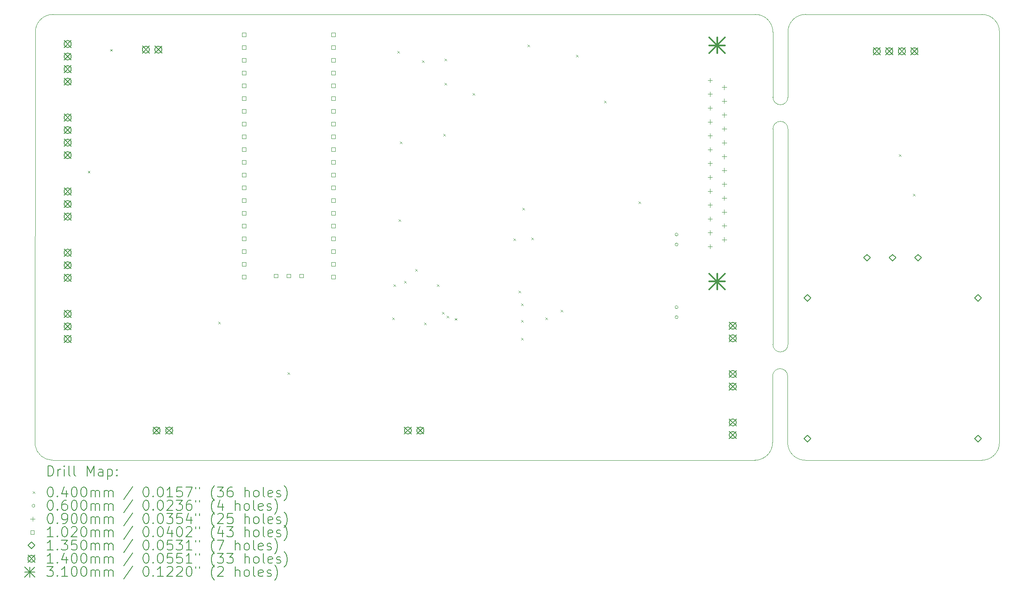
<source format=gbr>
%TF.GenerationSoftware,KiCad,Pcbnew,(6.0.7)*%
%TF.CreationDate,2022-10-19T11:54:54+01:00*%
%TF.ProjectId,controlCircuit,636f6e74-726f-46c4-9369-72637569742e,rev?*%
%TF.SameCoordinates,Original*%
%TF.FileFunction,Drillmap*%
%TF.FilePolarity,Positive*%
%FSLAX45Y45*%
G04 Gerber Fmt 4.5, Leading zero omitted, Abs format (unit mm)*
G04 Created by KiCad (PCBNEW (6.0.7)) date 2022-10-19 11:54:54*
%MOMM*%
%LPD*%
G01*
G04 APERTURE LIST*
%ADD10C,0.050000*%
%ADD11C,0.200000*%
%ADD12C,0.040000*%
%ADD13C,0.060000*%
%ADD14C,0.090000*%
%ADD15C,0.102000*%
%ADD16C,0.135000*%
%ADD17C,0.140000*%
%ADD18C,0.310000*%
G04 APERTURE END LIST*
D10*
X19798400Y-5592150D02*
G75*
G03*
X19448400Y-5242150I-350000J0D01*
G01*
X24307800Y-5592150D02*
G75*
G03*
X23957800Y-5242150I-350000J0D01*
G01*
X24307800Y-13722350D02*
X24307800Y-5670550D01*
X20092400Y-12447950D02*
G75*
G03*
X19792400Y-12447950I-150000J2D01*
G01*
X20098400Y-11817350D02*
X20098400Y-7522352D01*
X5114802Y-13823950D02*
G75*
G03*
X5464800Y-14123150I349998J55110D01*
G01*
X19798400Y-7522352D02*
X19798400Y-11817350D01*
X5114800Y-13823950D02*
X5114800Y-13798550D01*
X23926800Y-5242150D02*
X20448400Y-5242150D01*
X23926800Y-5242150D02*
X23957800Y-5242150D01*
X23957800Y-14122950D02*
G75*
G03*
X24307800Y-13772950I0J350000D01*
G01*
X19792400Y-12447950D02*
X19792400Y-13772950D01*
X5470800Y-5242350D02*
X19448400Y-5242150D01*
X24307800Y-5619750D02*
X24307800Y-5592150D01*
X24307800Y-13722350D02*
X24307800Y-13772950D01*
X19442400Y-14122950D02*
X5464800Y-14123150D01*
X20098400Y-7522352D02*
G75*
G03*
X19798400Y-7522352I-150000J2D01*
G01*
X20448400Y-5242150D02*
G75*
G03*
X20098400Y-5592150I0J-350000D01*
G01*
X23901400Y-14122950D02*
X23957800Y-14122950D01*
X5470800Y-5242350D02*
G75*
G03*
X5120800Y-5592350I0J-350000D01*
G01*
X5114800Y-13798550D02*
X5120800Y-5592350D01*
X20098400Y-6892148D02*
X20098400Y-5592150D01*
X19798400Y-5592150D02*
X19798400Y-6892148D01*
X19442400Y-14122950D02*
G75*
G03*
X19792400Y-13772950I0J350000D01*
G01*
X20092400Y-13772950D02*
G75*
G03*
X20442400Y-14122950I350000J0D01*
G01*
X19798400Y-11817350D02*
G75*
G03*
X20098400Y-11817350I150000J-2D01*
G01*
X24307800Y-5619750D02*
X24307800Y-5670550D01*
X20092400Y-13772950D02*
X20092400Y-12447950D01*
X20442400Y-14122950D02*
X23901400Y-14122950D01*
X19798400Y-6892148D02*
G75*
G03*
X20098400Y-6892148I150000J-2D01*
G01*
D11*
D12*
X6165440Y-8360350D02*
X6205440Y-8400350D01*
X6205440Y-8360350D02*
X6165440Y-8400350D01*
X6609300Y-5934050D02*
X6649300Y-5974050D01*
X6649300Y-5934050D02*
X6609300Y-5974050D01*
X8764290Y-11366830D02*
X8804290Y-11406830D01*
X8804290Y-11366830D02*
X8764290Y-11406830D01*
X10140000Y-12375200D02*
X10180000Y-12415200D01*
X10180000Y-12375200D02*
X10140000Y-12415200D01*
X12222800Y-11283000D02*
X12262800Y-11323000D01*
X12262800Y-11283000D02*
X12222800Y-11323000D01*
X12248200Y-10622600D02*
X12288200Y-10662600D01*
X12288200Y-10622600D02*
X12248200Y-10662600D01*
X12324400Y-5974400D02*
X12364400Y-6014400D01*
X12364400Y-5974400D02*
X12324400Y-6014400D01*
X12349800Y-9327200D02*
X12389800Y-9367200D01*
X12389800Y-9327200D02*
X12349800Y-9367200D01*
X12375200Y-7777800D02*
X12415200Y-7817800D01*
X12415200Y-7777800D02*
X12375200Y-7817800D01*
X12461300Y-10554340D02*
X12501300Y-10594340D01*
X12501300Y-10554340D02*
X12461300Y-10594340D01*
X12680000Y-10317800D02*
X12720000Y-10357800D01*
X12720000Y-10317800D02*
X12680000Y-10357800D01*
X12817510Y-6158620D02*
X12857510Y-6198620D01*
X12857510Y-6158620D02*
X12817510Y-6198620D01*
X12857800Y-11384600D02*
X12897800Y-11424600D01*
X12897800Y-11384600D02*
X12857800Y-11424600D01*
X13111800Y-10622600D02*
X13151800Y-10662600D01*
X13151800Y-10622600D02*
X13111800Y-10662600D01*
X13216170Y-11169450D02*
X13256170Y-11209450D01*
X13256170Y-11169450D02*
X13216170Y-11209450D01*
X13238800Y-7625400D02*
X13278800Y-7665400D01*
X13278800Y-7625400D02*
X13238800Y-7665400D01*
X13264200Y-6126800D02*
X13304200Y-6166800D01*
X13304200Y-6126800D02*
X13264200Y-6166800D01*
X13264200Y-6609400D02*
X13304200Y-6649400D01*
X13304200Y-6609400D02*
X13264200Y-6649400D01*
X13309730Y-11244540D02*
X13349730Y-11284540D01*
X13349730Y-11244540D02*
X13309730Y-11284540D01*
X13472010Y-11294460D02*
X13512010Y-11334460D01*
X13512010Y-11294460D02*
X13472010Y-11334460D01*
X13823000Y-6812600D02*
X13863000Y-6852600D01*
X13863000Y-6812600D02*
X13823000Y-6852600D01*
X14635800Y-9708200D02*
X14675800Y-9748200D01*
X14675800Y-9708200D02*
X14635800Y-9748200D01*
X14737400Y-10749600D02*
X14777400Y-10789600D01*
X14777400Y-10749600D02*
X14737400Y-10789600D01*
X14788200Y-11003600D02*
X14828200Y-11043600D01*
X14828200Y-11003600D02*
X14788200Y-11043600D01*
X14788200Y-11333800D02*
X14828200Y-11373800D01*
X14828200Y-11333800D02*
X14788200Y-11373800D01*
X14788200Y-11689400D02*
X14828200Y-11729400D01*
X14828200Y-11689400D02*
X14788200Y-11729400D01*
X14813600Y-9098600D02*
X14853600Y-9138600D01*
X14853600Y-9098600D02*
X14813600Y-9138600D01*
X14915200Y-5847400D02*
X14955200Y-5887400D01*
X14955200Y-5847400D02*
X14915200Y-5887400D01*
X14995350Y-9686450D02*
X15035350Y-9726450D01*
X15035350Y-9686450D02*
X14995350Y-9726450D01*
X15270800Y-11283000D02*
X15310800Y-11323000D01*
X15310800Y-11283000D02*
X15270800Y-11323000D01*
X15575600Y-11130600D02*
X15615600Y-11170600D01*
X15615600Y-11130600D02*
X15575600Y-11170600D01*
X15880400Y-6050600D02*
X15920400Y-6090600D01*
X15920400Y-6050600D02*
X15880400Y-6090600D01*
X16439200Y-6965000D02*
X16479200Y-7005000D01*
X16479200Y-6965000D02*
X16439200Y-7005000D01*
X17125000Y-8971600D02*
X17165000Y-9011600D01*
X17165000Y-8971600D02*
X17125000Y-9011600D01*
X22306600Y-8031800D02*
X22346600Y-8071800D01*
X22346600Y-8031800D02*
X22306600Y-8071800D01*
X22586000Y-8819200D02*
X22626000Y-8859200D01*
X22626000Y-8819200D02*
X22586000Y-8859200D01*
D13*
X17911600Y-9626600D02*
G75*
G03*
X17911600Y-9626600I-30000J0D01*
G01*
X17911600Y-9826600D02*
G75*
G03*
X17911600Y-9826600I-30000J0D01*
G01*
X17911600Y-11074400D02*
G75*
G03*
X17911600Y-11074400I-30000J0D01*
G01*
X17911600Y-11274400D02*
G75*
G03*
X17911600Y-11274400I-30000J0D01*
G01*
D14*
X18546600Y-6509550D02*
X18546600Y-6599550D01*
X18501600Y-6554550D02*
X18591600Y-6554550D01*
X18546600Y-6785550D02*
X18546600Y-6875550D01*
X18501600Y-6830550D02*
X18591600Y-6830550D01*
X18546600Y-7061550D02*
X18546600Y-7151550D01*
X18501600Y-7106550D02*
X18591600Y-7106550D01*
X18546600Y-7337550D02*
X18546600Y-7427550D01*
X18501600Y-7382550D02*
X18591600Y-7382550D01*
X18546600Y-7613550D02*
X18546600Y-7703550D01*
X18501600Y-7658550D02*
X18591600Y-7658550D01*
X18546600Y-7889550D02*
X18546600Y-7979550D01*
X18501600Y-7934550D02*
X18591600Y-7934550D01*
X18546600Y-8165550D02*
X18546600Y-8255550D01*
X18501600Y-8210550D02*
X18591600Y-8210550D01*
X18546600Y-8441550D02*
X18546600Y-8531550D01*
X18501600Y-8486550D02*
X18591600Y-8486550D01*
X18546600Y-8717550D02*
X18546600Y-8807550D01*
X18501600Y-8762550D02*
X18591600Y-8762550D01*
X18546600Y-8993550D02*
X18546600Y-9083550D01*
X18501600Y-9038550D02*
X18591600Y-9038550D01*
X18546600Y-9269550D02*
X18546600Y-9359550D01*
X18501600Y-9314550D02*
X18591600Y-9314550D01*
X18546600Y-9545550D02*
X18546600Y-9635550D01*
X18501600Y-9590550D02*
X18591600Y-9590550D01*
X18546600Y-9821550D02*
X18546600Y-9911550D01*
X18501600Y-9866550D02*
X18591600Y-9866550D01*
X18830600Y-6647550D02*
X18830600Y-6737550D01*
X18785600Y-6692550D02*
X18875600Y-6692550D01*
X18830600Y-6923550D02*
X18830600Y-7013550D01*
X18785600Y-6968550D02*
X18875600Y-6968550D01*
X18830600Y-7199550D02*
X18830600Y-7289550D01*
X18785600Y-7244550D02*
X18875600Y-7244550D01*
X18830600Y-7475550D02*
X18830600Y-7565550D01*
X18785600Y-7520550D02*
X18875600Y-7520550D01*
X18830600Y-7751550D02*
X18830600Y-7841550D01*
X18785600Y-7796550D02*
X18875600Y-7796550D01*
X18830600Y-8027550D02*
X18830600Y-8117550D01*
X18785600Y-8072550D02*
X18875600Y-8072550D01*
X18830600Y-8303550D02*
X18830600Y-8393550D01*
X18785600Y-8348550D02*
X18875600Y-8348550D01*
X18830600Y-8579550D02*
X18830600Y-8669550D01*
X18785600Y-8624550D02*
X18875600Y-8624550D01*
X18830600Y-8855550D02*
X18830600Y-8945550D01*
X18785600Y-8900550D02*
X18875600Y-8900550D01*
X18830600Y-9131550D02*
X18830600Y-9221550D01*
X18785600Y-9176550D02*
X18875600Y-9176550D01*
X18830600Y-9407550D02*
X18830600Y-9497550D01*
X18785600Y-9452550D02*
X18875600Y-9452550D01*
X18830600Y-9683550D02*
X18830600Y-9773550D01*
X18785600Y-9728550D02*
X18875600Y-9728550D01*
D15*
X9307063Y-5683113D02*
X9307063Y-5610987D01*
X9234937Y-5610987D01*
X9234937Y-5683113D01*
X9307063Y-5683113D01*
X9307063Y-5937113D02*
X9307063Y-5864987D01*
X9234937Y-5864987D01*
X9234937Y-5937113D01*
X9307063Y-5937113D01*
X9307063Y-6191113D02*
X9307063Y-6118987D01*
X9234937Y-6118987D01*
X9234937Y-6191113D01*
X9307063Y-6191113D01*
X9307063Y-6445113D02*
X9307063Y-6372987D01*
X9234937Y-6372987D01*
X9234937Y-6445113D01*
X9307063Y-6445113D01*
X9307063Y-6699113D02*
X9307063Y-6626987D01*
X9234937Y-6626987D01*
X9234937Y-6699113D01*
X9307063Y-6699113D01*
X9307063Y-6953113D02*
X9307063Y-6880987D01*
X9234937Y-6880987D01*
X9234937Y-6953113D01*
X9307063Y-6953113D01*
X9307063Y-7207113D02*
X9307063Y-7134987D01*
X9234937Y-7134987D01*
X9234937Y-7207113D01*
X9307063Y-7207113D01*
X9307063Y-7461113D02*
X9307063Y-7388987D01*
X9234937Y-7388987D01*
X9234937Y-7461113D01*
X9307063Y-7461113D01*
X9307063Y-7715113D02*
X9307063Y-7642987D01*
X9234937Y-7642987D01*
X9234937Y-7715113D01*
X9307063Y-7715113D01*
X9307063Y-7969113D02*
X9307063Y-7896987D01*
X9234937Y-7896987D01*
X9234937Y-7969113D01*
X9307063Y-7969113D01*
X9307063Y-8223113D02*
X9307063Y-8150987D01*
X9234937Y-8150987D01*
X9234937Y-8223113D01*
X9307063Y-8223113D01*
X9307063Y-8477113D02*
X9307063Y-8404987D01*
X9234937Y-8404987D01*
X9234937Y-8477113D01*
X9307063Y-8477113D01*
X9307063Y-8731113D02*
X9307063Y-8658987D01*
X9234937Y-8658987D01*
X9234937Y-8731113D01*
X9307063Y-8731113D01*
X9307063Y-8985113D02*
X9307063Y-8912987D01*
X9234937Y-8912987D01*
X9234937Y-8985113D01*
X9307063Y-8985113D01*
X9307063Y-9239113D02*
X9307063Y-9166987D01*
X9234937Y-9166987D01*
X9234937Y-9239113D01*
X9307063Y-9239113D01*
X9307063Y-9493113D02*
X9307063Y-9420987D01*
X9234937Y-9420987D01*
X9234937Y-9493113D01*
X9307063Y-9493113D01*
X9307063Y-9747113D02*
X9307063Y-9674987D01*
X9234937Y-9674987D01*
X9234937Y-9747113D01*
X9307063Y-9747113D01*
X9307063Y-10001113D02*
X9307063Y-9928987D01*
X9234937Y-9928987D01*
X9234937Y-10001113D01*
X9307063Y-10001113D01*
X9307063Y-10255113D02*
X9307063Y-10182987D01*
X9234937Y-10182987D01*
X9234937Y-10255113D01*
X9307063Y-10255113D01*
X9307063Y-10509113D02*
X9307063Y-10436987D01*
X9234937Y-10436987D01*
X9234937Y-10509113D01*
X9307063Y-10509113D01*
X9942063Y-10486113D02*
X9942063Y-10413987D01*
X9869937Y-10413987D01*
X9869937Y-10486113D01*
X9942063Y-10486113D01*
X10196063Y-10486113D02*
X10196063Y-10413987D01*
X10123937Y-10413987D01*
X10123937Y-10486113D01*
X10196063Y-10486113D01*
X10450063Y-10486113D02*
X10450063Y-10413987D01*
X10377937Y-10413987D01*
X10377937Y-10486113D01*
X10450063Y-10486113D01*
X11085063Y-5683113D02*
X11085063Y-5610987D01*
X11012937Y-5610987D01*
X11012937Y-5683113D01*
X11085063Y-5683113D01*
X11085063Y-5937113D02*
X11085063Y-5864987D01*
X11012937Y-5864987D01*
X11012937Y-5937113D01*
X11085063Y-5937113D01*
X11085063Y-6191113D02*
X11085063Y-6118987D01*
X11012937Y-6118987D01*
X11012937Y-6191113D01*
X11085063Y-6191113D01*
X11085063Y-6445113D02*
X11085063Y-6372987D01*
X11012937Y-6372987D01*
X11012937Y-6445113D01*
X11085063Y-6445113D01*
X11085063Y-6699113D02*
X11085063Y-6626987D01*
X11012937Y-6626987D01*
X11012937Y-6699113D01*
X11085063Y-6699113D01*
X11085063Y-6953113D02*
X11085063Y-6880987D01*
X11012937Y-6880987D01*
X11012937Y-6953113D01*
X11085063Y-6953113D01*
X11085063Y-7207113D02*
X11085063Y-7134987D01*
X11012937Y-7134987D01*
X11012937Y-7207113D01*
X11085063Y-7207113D01*
X11085063Y-7461113D02*
X11085063Y-7388987D01*
X11012937Y-7388987D01*
X11012937Y-7461113D01*
X11085063Y-7461113D01*
X11085063Y-7715113D02*
X11085063Y-7642987D01*
X11012937Y-7642987D01*
X11012937Y-7715113D01*
X11085063Y-7715113D01*
X11085063Y-7969113D02*
X11085063Y-7896987D01*
X11012937Y-7896987D01*
X11012937Y-7969113D01*
X11085063Y-7969113D01*
X11085063Y-8223113D02*
X11085063Y-8150987D01*
X11012937Y-8150987D01*
X11012937Y-8223113D01*
X11085063Y-8223113D01*
X11085063Y-8477113D02*
X11085063Y-8404987D01*
X11012937Y-8404987D01*
X11012937Y-8477113D01*
X11085063Y-8477113D01*
X11085063Y-8731113D02*
X11085063Y-8658987D01*
X11012937Y-8658987D01*
X11012937Y-8731113D01*
X11085063Y-8731113D01*
X11085063Y-8985113D02*
X11085063Y-8912987D01*
X11012937Y-8912987D01*
X11012937Y-8985113D01*
X11085063Y-8985113D01*
X11085063Y-9239113D02*
X11085063Y-9166987D01*
X11012937Y-9166987D01*
X11012937Y-9239113D01*
X11085063Y-9239113D01*
X11085063Y-9493113D02*
X11085063Y-9420987D01*
X11012937Y-9420987D01*
X11012937Y-9493113D01*
X11085063Y-9493113D01*
X11085063Y-9747113D02*
X11085063Y-9674987D01*
X11012937Y-9674987D01*
X11012937Y-9747113D01*
X11085063Y-9747113D01*
X11085063Y-10001113D02*
X11085063Y-9928987D01*
X11012937Y-9928987D01*
X11012937Y-10001113D01*
X11085063Y-10001113D01*
X11085063Y-10255113D02*
X11085063Y-10182987D01*
X11012937Y-10182987D01*
X11012937Y-10255113D01*
X11085063Y-10255113D01*
X11085063Y-10509113D02*
X11085063Y-10436987D01*
X11012937Y-10436987D01*
X11012937Y-10509113D01*
X11085063Y-10509113D01*
D16*
X20483600Y-10957650D02*
X20551100Y-10890150D01*
X20483600Y-10822650D01*
X20416100Y-10890150D01*
X20483600Y-10957650D01*
X20483600Y-13757650D02*
X20551100Y-13690150D01*
X20483600Y-13622650D01*
X20416100Y-13690150D01*
X20483600Y-13757650D01*
X21675600Y-10157650D02*
X21743100Y-10090150D01*
X21675600Y-10022650D01*
X21608100Y-10090150D01*
X21675600Y-10157650D01*
X22183600Y-10157650D02*
X22251100Y-10090150D01*
X22183600Y-10022650D01*
X22116100Y-10090150D01*
X22183600Y-10157650D01*
X22691600Y-10157650D02*
X22759100Y-10090150D01*
X22691600Y-10022650D01*
X22624100Y-10090150D01*
X22691600Y-10157650D01*
X23883600Y-10957650D02*
X23951100Y-10890150D01*
X23883600Y-10822650D01*
X23816100Y-10890150D01*
X23883600Y-10957650D01*
X23883600Y-13757650D02*
X23951100Y-13690150D01*
X23883600Y-13622650D01*
X23816100Y-13690150D01*
X23883600Y-13757650D01*
D17*
X5694600Y-5761550D02*
X5834600Y-5901550D01*
X5834600Y-5761550D02*
X5694600Y-5901550D01*
X5834600Y-5831550D02*
G75*
G03*
X5834600Y-5831550I-70000J0D01*
G01*
X5694600Y-6011550D02*
X5834600Y-6151550D01*
X5834600Y-6011550D02*
X5694600Y-6151550D01*
X5834600Y-6081550D02*
G75*
G03*
X5834600Y-6081550I-70000J0D01*
G01*
X5694600Y-6261550D02*
X5834600Y-6401550D01*
X5834600Y-6261550D02*
X5694600Y-6401550D01*
X5834600Y-6331550D02*
G75*
G03*
X5834600Y-6331550I-70000J0D01*
G01*
X5694600Y-6511550D02*
X5834600Y-6651550D01*
X5834600Y-6511550D02*
X5694600Y-6651550D01*
X5834600Y-6581550D02*
G75*
G03*
X5834600Y-6581550I-70000J0D01*
G01*
X5694600Y-7226150D02*
X5834600Y-7366150D01*
X5834600Y-7226150D02*
X5694600Y-7366150D01*
X5834600Y-7296150D02*
G75*
G03*
X5834600Y-7296150I-70000J0D01*
G01*
X5694600Y-7476150D02*
X5834600Y-7616150D01*
X5834600Y-7476150D02*
X5694600Y-7616150D01*
X5834600Y-7546150D02*
G75*
G03*
X5834600Y-7546150I-70000J0D01*
G01*
X5694600Y-7726150D02*
X5834600Y-7866150D01*
X5834600Y-7726150D02*
X5694600Y-7866150D01*
X5834600Y-7796150D02*
G75*
G03*
X5834600Y-7796150I-70000J0D01*
G01*
X5694600Y-7976150D02*
X5834600Y-8116150D01*
X5834600Y-7976150D02*
X5694600Y-8116150D01*
X5834600Y-8046150D02*
G75*
G03*
X5834600Y-8046150I-70000J0D01*
G01*
X5694600Y-8699350D02*
X5834600Y-8839350D01*
X5834600Y-8699350D02*
X5694600Y-8839350D01*
X5834600Y-8769350D02*
G75*
G03*
X5834600Y-8769350I-70000J0D01*
G01*
X5694600Y-8949350D02*
X5834600Y-9089350D01*
X5834600Y-8949350D02*
X5694600Y-9089350D01*
X5834600Y-9019350D02*
G75*
G03*
X5834600Y-9019350I-70000J0D01*
G01*
X5694600Y-9199350D02*
X5834600Y-9339350D01*
X5834600Y-9199350D02*
X5694600Y-9339350D01*
X5834600Y-9269350D02*
G75*
G03*
X5834600Y-9269350I-70000J0D01*
G01*
X5694600Y-9918550D02*
X5834600Y-10058550D01*
X5834600Y-9918550D02*
X5694600Y-10058550D01*
X5834600Y-9988550D02*
G75*
G03*
X5834600Y-9988550I-70000J0D01*
G01*
X5694600Y-10168550D02*
X5834600Y-10308550D01*
X5834600Y-10168550D02*
X5694600Y-10308550D01*
X5834600Y-10238550D02*
G75*
G03*
X5834600Y-10238550I-70000J0D01*
G01*
X5694600Y-10418550D02*
X5834600Y-10558550D01*
X5834600Y-10418550D02*
X5694600Y-10558550D01*
X5834600Y-10488550D02*
G75*
G03*
X5834600Y-10488550I-70000J0D01*
G01*
X5694600Y-11137750D02*
X5834600Y-11277750D01*
X5834600Y-11137750D02*
X5694600Y-11277750D01*
X5834600Y-11207750D02*
G75*
G03*
X5834600Y-11207750I-70000J0D01*
G01*
X5694600Y-11387750D02*
X5834600Y-11527750D01*
X5834600Y-11387750D02*
X5694600Y-11527750D01*
X5834600Y-11457750D02*
G75*
G03*
X5834600Y-11457750I-70000J0D01*
G01*
X5694600Y-11637750D02*
X5834600Y-11777750D01*
X5834600Y-11637750D02*
X5694600Y-11777750D01*
X5834600Y-11707750D02*
G75*
G03*
X5834600Y-11707750I-70000J0D01*
G01*
X7249200Y-5873600D02*
X7389200Y-6013600D01*
X7389200Y-5873600D02*
X7249200Y-6013600D01*
X7389200Y-5943600D02*
G75*
G03*
X7389200Y-5943600I-70000J0D01*
G01*
X7464200Y-13462150D02*
X7604200Y-13602150D01*
X7604200Y-13462150D02*
X7464200Y-13602150D01*
X7604200Y-13532150D02*
G75*
G03*
X7604200Y-13532150I-70000J0D01*
G01*
X7499200Y-5873600D02*
X7639200Y-6013600D01*
X7639200Y-5873600D02*
X7499200Y-6013600D01*
X7639200Y-5943600D02*
G75*
G03*
X7639200Y-5943600I-70000J0D01*
G01*
X7714200Y-13462150D02*
X7854200Y-13602150D01*
X7854200Y-13462150D02*
X7714200Y-13602150D01*
X7854200Y-13532150D02*
G75*
G03*
X7854200Y-13532150I-70000J0D01*
G01*
X12463900Y-13462150D02*
X12603900Y-13602150D01*
X12603900Y-13462150D02*
X12463900Y-13602150D01*
X12603900Y-13532150D02*
G75*
G03*
X12603900Y-13532150I-70000J0D01*
G01*
X12713900Y-13462150D02*
X12853900Y-13602150D01*
X12853900Y-13462150D02*
X12713900Y-13602150D01*
X12853900Y-13532150D02*
G75*
G03*
X12853900Y-13532150I-70000J0D01*
G01*
X18931100Y-11374550D02*
X19071100Y-11514550D01*
X19071100Y-11374550D02*
X18931100Y-11514550D01*
X19071100Y-11444550D02*
G75*
G03*
X19071100Y-11444550I-70000J0D01*
G01*
X18931100Y-11624550D02*
X19071100Y-11764550D01*
X19071100Y-11624550D02*
X18931100Y-11764550D01*
X19071100Y-11694550D02*
G75*
G03*
X19071100Y-11694550I-70000J0D01*
G01*
X18931100Y-12335650D02*
X19071100Y-12475650D01*
X19071100Y-12335650D02*
X18931100Y-12475650D01*
X19071100Y-12405650D02*
G75*
G03*
X19071100Y-12405650I-70000J0D01*
G01*
X18931100Y-12585650D02*
X19071100Y-12725650D01*
X19071100Y-12585650D02*
X18931100Y-12725650D01*
X19071100Y-12655650D02*
G75*
G03*
X19071100Y-12655650I-70000J0D01*
G01*
X18931100Y-13300850D02*
X19071100Y-13440850D01*
X19071100Y-13300850D02*
X18931100Y-13440850D01*
X19071100Y-13370850D02*
G75*
G03*
X19071100Y-13370850I-70000J0D01*
G01*
X18931100Y-13550850D02*
X19071100Y-13690850D01*
X19071100Y-13550850D02*
X18931100Y-13690850D01*
X19071100Y-13620850D02*
G75*
G03*
X19071100Y-13620850I-70000J0D01*
G01*
X21795400Y-5906050D02*
X21935400Y-6046050D01*
X21935400Y-5906050D02*
X21795400Y-6046050D01*
X21935400Y-5976050D02*
G75*
G03*
X21935400Y-5976050I-70000J0D01*
G01*
X22045400Y-5906050D02*
X22185400Y-6046050D01*
X22185400Y-5906050D02*
X22045400Y-6046050D01*
X22185400Y-5976050D02*
G75*
G03*
X22185400Y-5976050I-70000J0D01*
G01*
X22295400Y-5906050D02*
X22435400Y-6046050D01*
X22435400Y-5906050D02*
X22295400Y-6046050D01*
X22435400Y-5976050D02*
G75*
G03*
X22435400Y-5976050I-70000J0D01*
G01*
X22545400Y-5906050D02*
X22685400Y-6046050D01*
X22685400Y-5906050D02*
X22545400Y-6046050D01*
X22685400Y-5976050D02*
G75*
G03*
X22685400Y-5976050I-70000J0D01*
G01*
D18*
X18533600Y-5703550D02*
X18843600Y-6013550D01*
X18843600Y-5703550D02*
X18533600Y-6013550D01*
X18688600Y-5703550D02*
X18688600Y-6013550D01*
X18533600Y-5858550D02*
X18843600Y-5858550D01*
X18533600Y-10407550D02*
X18843600Y-10717550D01*
X18843600Y-10407550D02*
X18533600Y-10717550D01*
X18688600Y-10407550D02*
X18688600Y-10717550D01*
X18533600Y-10562550D02*
X18843600Y-10562550D01*
D11*
X5369919Y-14436126D02*
X5369919Y-14236126D01*
X5417538Y-14236126D01*
X5446110Y-14245650D01*
X5465157Y-14264698D01*
X5474681Y-14283745D01*
X5484205Y-14321840D01*
X5484205Y-14350412D01*
X5474681Y-14388507D01*
X5465157Y-14407555D01*
X5446110Y-14426602D01*
X5417538Y-14436126D01*
X5369919Y-14436126D01*
X5569919Y-14436126D02*
X5569919Y-14302793D01*
X5569919Y-14340888D02*
X5579443Y-14321840D01*
X5588967Y-14312317D01*
X5608014Y-14302793D01*
X5627062Y-14302793D01*
X5693728Y-14436126D02*
X5693728Y-14302793D01*
X5693728Y-14236126D02*
X5684205Y-14245650D01*
X5693728Y-14255174D01*
X5703252Y-14245650D01*
X5693728Y-14236126D01*
X5693728Y-14255174D01*
X5817538Y-14436126D02*
X5798490Y-14426602D01*
X5788967Y-14407555D01*
X5788967Y-14236126D01*
X5922300Y-14436126D02*
X5903252Y-14426602D01*
X5893728Y-14407555D01*
X5893728Y-14236126D01*
X6150871Y-14436126D02*
X6150871Y-14236126D01*
X6217538Y-14378983D01*
X6284205Y-14236126D01*
X6284205Y-14436126D01*
X6465157Y-14436126D02*
X6465157Y-14331364D01*
X6455633Y-14312317D01*
X6436586Y-14302793D01*
X6398490Y-14302793D01*
X6379443Y-14312317D01*
X6465157Y-14426602D02*
X6446109Y-14436126D01*
X6398490Y-14436126D01*
X6379443Y-14426602D01*
X6369919Y-14407555D01*
X6369919Y-14388507D01*
X6379443Y-14369459D01*
X6398490Y-14359936D01*
X6446109Y-14359936D01*
X6465157Y-14350412D01*
X6560395Y-14302793D02*
X6560395Y-14502793D01*
X6560395Y-14312317D02*
X6579443Y-14302793D01*
X6617538Y-14302793D01*
X6636586Y-14312317D01*
X6646109Y-14321840D01*
X6655633Y-14340888D01*
X6655633Y-14398031D01*
X6646109Y-14417078D01*
X6636586Y-14426602D01*
X6617538Y-14436126D01*
X6579443Y-14436126D01*
X6560395Y-14426602D01*
X6741348Y-14417078D02*
X6750871Y-14426602D01*
X6741348Y-14436126D01*
X6731824Y-14426602D01*
X6741348Y-14417078D01*
X6741348Y-14436126D01*
X6741348Y-14312317D02*
X6750871Y-14321840D01*
X6741348Y-14331364D01*
X6731824Y-14321840D01*
X6741348Y-14312317D01*
X6741348Y-14331364D01*
D12*
X5072300Y-14745650D02*
X5112300Y-14785650D01*
X5112300Y-14745650D02*
X5072300Y-14785650D01*
D11*
X5408014Y-14656126D02*
X5427062Y-14656126D01*
X5446110Y-14665650D01*
X5455633Y-14675174D01*
X5465157Y-14694221D01*
X5474681Y-14732317D01*
X5474681Y-14779936D01*
X5465157Y-14818031D01*
X5455633Y-14837078D01*
X5446110Y-14846602D01*
X5427062Y-14856126D01*
X5408014Y-14856126D01*
X5388967Y-14846602D01*
X5379443Y-14837078D01*
X5369919Y-14818031D01*
X5360395Y-14779936D01*
X5360395Y-14732317D01*
X5369919Y-14694221D01*
X5379443Y-14675174D01*
X5388967Y-14665650D01*
X5408014Y-14656126D01*
X5560395Y-14837078D02*
X5569919Y-14846602D01*
X5560395Y-14856126D01*
X5550871Y-14846602D01*
X5560395Y-14837078D01*
X5560395Y-14856126D01*
X5741348Y-14722793D02*
X5741348Y-14856126D01*
X5693728Y-14646602D02*
X5646109Y-14789459D01*
X5769919Y-14789459D01*
X5884205Y-14656126D02*
X5903252Y-14656126D01*
X5922300Y-14665650D01*
X5931824Y-14675174D01*
X5941348Y-14694221D01*
X5950871Y-14732317D01*
X5950871Y-14779936D01*
X5941348Y-14818031D01*
X5931824Y-14837078D01*
X5922300Y-14846602D01*
X5903252Y-14856126D01*
X5884205Y-14856126D01*
X5865157Y-14846602D01*
X5855633Y-14837078D01*
X5846109Y-14818031D01*
X5836586Y-14779936D01*
X5836586Y-14732317D01*
X5846109Y-14694221D01*
X5855633Y-14675174D01*
X5865157Y-14665650D01*
X5884205Y-14656126D01*
X6074681Y-14656126D02*
X6093728Y-14656126D01*
X6112776Y-14665650D01*
X6122300Y-14675174D01*
X6131824Y-14694221D01*
X6141348Y-14732317D01*
X6141348Y-14779936D01*
X6131824Y-14818031D01*
X6122300Y-14837078D01*
X6112776Y-14846602D01*
X6093728Y-14856126D01*
X6074681Y-14856126D01*
X6055633Y-14846602D01*
X6046109Y-14837078D01*
X6036586Y-14818031D01*
X6027062Y-14779936D01*
X6027062Y-14732317D01*
X6036586Y-14694221D01*
X6046109Y-14675174D01*
X6055633Y-14665650D01*
X6074681Y-14656126D01*
X6227062Y-14856126D02*
X6227062Y-14722793D01*
X6227062Y-14741840D02*
X6236586Y-14732317D01*
X6255633Y-14722793D01*
X6284205Y-14722793D01*
X6303252Y-14732317D01*
X6312776Y-14751364D01*
X6312776Y-14856126D01*
X6312776Y-14751364D02*
X6322300Y-14732317D01*
X6341348Y-14722793D01*
X6369919Y-14722793D01*
X6388967Y-14732317D01*
X6398490Y-14751364D01*
X6398490Y-14856126D01*
X6493728Y-14856126D02*
X6493728Y-14722793D01*
X6493728Y-14741840D02*
X6503252Y-14732317D01*
X6522300Y-14722793D01*
X6550871Y-14722793D01*
X6569919Y-14732317D01*
X6579443Y-14751364D01*
X6579443Y-14856126D01*
X6579443Y-14751364D02*
X6588967Y-14732317D01*
X6608014Y-14722793D01*
X6636586Y-14722793D01*
X6655633Y-14732317D01*
X6665157Y-14751364D01*
X6665157Y-14856126D01*
X7055633Y-14646602D02*
X6884205Y-14903745D01*
X7312776Y-14656126D02*
X7331824Y-14656126D01*
X7350871Y-14665650D01*
X7360395Y-14675174D01*
X7369919Y-14694221D01*
X7379443Y-14732317D01*
X7379443Y-14779936D01*
X7369919Y-14818031D01*
X7360395Y-14837078D01*
X7350871Y-14846602D01*
X7331824Y-14856126D01*
X7312776Y-14856126D01*
X7293728Y-14846602D01*
X7284205Y-14837078D01*
X7274681Y-14818031D01*
X7265157Y-14779936D01*
X7265157Y-14732317D01*
X7274681Y-14694221D01*
X7284205Y-14675174D01*
X7293728Y-14665650D01*
X7312776Y-14656126D01*
X7465157Y-14837078D02*
X7474681Y-14846602D01*
X7465157Y-14856126D01*
X7455633Y-14846602D01*
X7465157Y-14837078D01*
X7465157Y-14856126D01*
X7598490Y-14656126D02*
X7617538Y-14656126D01*
X7636586Y-14665650D01*
X7646109Y-14675174D01*
X7655633Y-14694221D01*
X7665157Y-14732317D01*
X7665157Y-14779936D01*
X7655633Y-14818031D01*
X7646109Y-14837078D01*
X7636586Y-14846602D01*
X7617538Y-14856126D01*
X7598490Y-14856126D01*
X7579443Y-14846602D01*
X7569919Y-14837078D01*
X7560395Y-14818031D01*
X7550871Y-14779936D01*
X7550871Y-14732317D01*
X7560395Y-14694221D01*
X7569919Y-14675174D01*
X7579443Y-14665650D01*
X7598490Y-14656126D01*
X7855633Y-14856126D02*
X7741348Y-14856126D01*
X7798490Y-14856126D02*
X7798490Y-14656126D01*
X7779443Y-14684698D01*
X7760395Y-14703745D01*
X7741348Y-14713269D01*
X8036586Y-14656126D02*
X7941348Y-14656126D01*
X7931824Y-14751364D01*
X7941348Y-14741840D01*
X7960395Y-14732317D01*
X8008014Y-14732317D01*
X8027062Y-14741840D01*
X8036586Y-14751364D01*
X8046109Y-14770412D01*
X8046109Y-14818031D01*
X8036586Y-14837078D01*
X8027062Y-14846602D01*
X8008014Y-14856126D01*
X7960395Y-14856126D01*
X7941348Y-14846602D01*
X7931824Y-14837078D01*
X8112776Y-14656126D02*
X8246109Y-14656126D01*
X8160395Y-14856126D01*
X8312776Y-14656126D02*
X8312776Y-14694221D01*
X8388967Y-14656126D02*
X8388967Y-14694221D01*
X8684205Y-14932317D02*
X8674681Y-14922793D01*
X8655633Y-14894221D01*
X8646110Y-14875174D01*
X8636586Y-14846602D01*
X8627062Y-14798983D01*
X8627062Y-14760888D01*
X8636586Y-14713269D01*
X8646110Y-14684698D01*
X8655633Y-14665650D01*
X8674681Y-14637078D01*
X8684205Y-14627555D01*
X8741348Y-14656126D02*
X8865157Y-14656126D01*
X8798490Y-14732317D01*
X8827062Y-14732317D01*
X8846110Y-14741840D01*
X8855633Y-14751364D01*
X8865157Y-14770412D01*
X8865157Y-14818031D01*
X8855633Y-14837078D01*
X8846110Y-14846602D01*
X8827062Y-14856126D01*
X8769919Y-14856126D01*
X8750871Y-14846602D01*
X8741348Y-14837078D01*
X9036586Y-14656126D02*
X8998490Y-14656126D01*
X8979443Y-14665650D01*
X8969919Y-14675174D01*
X8950871Y-14703745D01*
X8941348Y-14741840D01*
X8941348Y-14818031D01*
X8950871Y-14837078D01*
X8960395Y-14846602D01*
X8979443Y-14856126D01*
X9017538Y-14856126D01*
X9036586Y-14846602D01*
X9046110Y-14837078D01*
X9055633Y-14818031D01*
X9055633Y-14770412D01*
X9046110Y-14751364D01*
X9036586Y-14741840D01*
X9017538Y-14732317D01*
X8979443Y-14732317D01*
X8960395Y-14741840D01*
X8950871Y-14751364D01*
X8941348Y-14770412D01*
X9293729Y-14856126D02*
X9293729Y-14656126D01*
X9379443Y-14856126D02*
X9379443Y-14751364D01*
X9369919Y-14732317D01*
X9350871Y-14722793D01*
X9322300Y-14722793D01*
X9303252Y-14732317D01*
X9293729Y-14741840D01*
X9503252Y-14856126D02*
X9484205Y-14846602D01*
X9474681Y-14837078D01*
X9465157Y-14818031D01*
X9465157Y-14760888D01*
X9474681Y-14741840D01*
X9484205Y-14732317D01*
X9503252Y-14722793D01*
X9531824Y-14722793D01*
X9550871Y-14732317D01*
X9560395Y-14741840D01*
X9569919Y-14760888D01*
X9569919Y-14818031D01*
X9560395Y-14837078D01*
X9550871Y-14846602D01*
X9531824Y-14856126D01*
X9503252Y-14856126D01*
X9684205Y-14856126D02*
X9665157Y-14846602D01*
X9655633Y-14827555D01*
X9655633Y-14656126D01*
X9836586Y-14846602D02*
X9817538Y-14856126D01*
X9779443Y-14856126D01*
X9760395Y-14846602D01*
X9750871Y-14827555D01*
X9750871Y-14751364D01*
X9760395Y-14732317D01*
X9779443Y-14722793D01*
X9817538Y-14722793D01*
X9836586Y-14732317D01*
X9846110Y-14751364D01*
X9846110Y-14770412D01*
X9750871Y-14789459D01*
X9922300Y-14846602D02*
X9941348Y-14856126D01*
X9979443Y-14856126D01*
X9998490Y-14846602D01*
X10008014Y-14827555D01*
X10008014Y-14818031D01*
X9998490Y-14798983D01*
X9979443Y-14789459D01*
X9950871Y-14789459D01*
X9931824Y-14779936D01*
X9922300Y-14760888D01*
X9922300Y-14751364D01*
X9931824Y-14732317D01*
X9950871Y-14722793D01*
X9979443Y-14722793D01*
X9998490Y-14732317D01*
X10074681Y-14932317D02*
X10084205Y-14922793D01*
X10103252Y-14894221D01*
X10112776Y-14875174D01*
X10122300Y-14846602D01*
X10131824Y-14798983D01*
X10131824Y-14760888D01*
X10122300Y-14713269D01*
X10112776Y-14684698D01*
X10103252Y-14665650D01*
X10084205Y-14637078D01*
X10074681Y-14627555D01*
D13*
X5112300Y-15029650D02*
G75*
G03*
X5112300Y-15029650I-30000J0D01*
G01*
D11*
X5408014Y-14920126D02*
X5427062Y-14920126D01*
X5446110Y-14929650D01*
X5455633Y-14939174D01*
X5465157Y-14958221D01*
X5474681Y-14996317D01*
X5474681Y-15043936D01*
X5465157Y-15082031D01*
X5455633Y-15101078D01*
X5446110Y-15110602D01*
X5427062Y-15120126D01*
X5408014Y-15120126D01*
X5388967Y-15110602D01*
X5379443Y-15101078D01*
X5369919Y-15082031D01*
X5360395Y-15043936D01*
X5360395Y-14996317D01*
X5369919Y-14958221D01*
X5379443Y-14939174D01*
X5388967Y-14929650D01*
X5408014Y-14920126D01*
X5560395Y-15101078D02*
X5569919Y-15110602D01*
X5560395Y-15120126D01*
X5550871Y-15110602D01*
X5560395Y-15101078D01*
X5560395Y-15120126D01*
X5741348Y-14920126D02*
X5703252Y-14920126D01*
X5684205Y-14929650D01*
X5674681Y-14939174D01*
X5655633Y-14967745D01*
X5646109Y-15005840D01*
X5646109Y-15082031D01*
X5655633Y-15101078D01*
X5665157Y-15110602D01*
X5684205Y-15120126D01*
X5722300Y-15120126D01*
X5741348Y-15110602D01*
X5750871Y-15101078D01*
X5760395Y-15082031D01*
X5760395Y-15034412D01*
X5750871Y-15015364D01*
X5741348Y-15005840D01*
X5722300Y-14996317D01*
X5684205Y-14996317D01*
X5665157Y-15005840D01*
X5655633Y-15015364D01*
X5646109Y-15034412D01*
X5884205Y-14920126D02*
X5903252Y-14920126D01*
X5922300Y-14929650D01*
X5931824Y-14939174D01*
X5941348Y-14958221D01*
X5950871Y-14996317D01*
X5950871Y-15043936D01*
X5941348Y-15082031D01*
X5931824Y-15101078D01*
X5922300Y-15110602D01*
X5903252Y-15120126D01*
X5884205Y-15120126D01*
X5865157Y-15110602D01*
X5855633Y-15101078D01*
X5846109Y-15082031D01*
X5836586Y-15043936D01*
X5836586Y-14996317D01*
X5846109Y-14958221D01*
X5855633Y-14939174D01*
X5865157Y-14929650D01*
X5884205Y-14920126D01*
X6074681Y-14920126D02*
X6093728Y-14920126D01*
X6112776Y-14929650D01*
X6122300Y-14939174D01*
X6131824Y-14958221D01*
X6141348Y-14996317D01*
X6141348Y-15043936D01*
X6131824Y-15082031D01*
X6122300Y-15101078D01*
X6112776Y-15110602D01*
X6093728Y-15120126D01*
X6074681Y-15120126D01*
X6055633Y-15110602D01*
X6046109Y-15101078D01*
X6036586Y-15082031D01*
X6027062Y-15043936D01*
X6027062Y-14996317D01*
X6036586Y-14958221D01*
X6046109Y-14939174D01*
X6055633Y-14929650D01*
X6074681Y-14920126D01*
X6227062Y-15120126D02*
X6227062Y-14986793D01*
X6227062Y-15005840D02*
X6236586Y-14996317D01*
X6255633Y-14986793D01*
X6284205Y-14986793D01*
X6303252Y-14996317D01*
X6312776Y-15015364D01*
X6312776Y-15120126D01*
X6312776Y-15015364D02*
X6322300Y-14996317D01*
X6341348Y-14986793D01*
X6369919Y-14986793D01*
X6388967Y-14996317D01*
X6398490Y-15015364D01*
X6398490Y-15120126D01*
X6493728Y-15120126D02*
X6493728Y-14986793D01*
X6493728Y-15005840D02*
X6503252Y-14996317D01*
X6522300Y-14986793D01*
X6550871Y-14986793D01*
X6569919Y-14996317D01*
X6579443Y-15015364D01*
X6579443Y-15120126D01*
X6579443Y-15015364D02*
X6588967Y-14996317D01*
X6608014Y-14986793D01*
X6636586Y-14986793D01*
X6655633Y-14996317D01*
X6665157Y-15015364D01*
X6665157Y-15120126D01*
X7055633Y-14910602D02*
X6884205Y-15167745D01*
X7312776Y-14920126D02*
X7331824Y-14920126D01*
X7350871Y-14929650D01*
X7360395Y-14939174D01*
X7369919Y-14958221D01*
X7379443Y-14996317D01*
X7379443Y-15043936D01*
X7369919Y-15082031D01*
X7360395Y-15101078D01*
X7350871Y-15110602D01*
X7331824Y-15120126D01*
X7312776Y-15120126D01*
X7293728Y-15110602D01*
X7284205Y-15101078D01*
X7274681Y-15082031D01*
X7265157Y-15043936D01*
X7265157Y-14996317D01*
X7274681Y-14958221D01*
X7284205Y-14939174D01*
X7293728Y-14929650D01*
X7312776Y-14920126D01*
X7465157Y-15101078D02*
X7474681Y-15110602D01*
X7465157Y-15120126D01*
X7455633Y-15110602D01*
X7465157Y-15101078D01*
X7465157Y-15120126D01*
X7598490Y-14920126D02*
X7617538Y-14920126D01*
X7636586Y-14929650D01*
X7646109Y-14939174D01*
X7655633Y-14958221D01*
X7665157Y-14996317D01*
X7665157Y-15043936D01*
X7655633Y-15082031D01*
X7646109Y-15101078D01*
X7636586Y-15110602D01*
X7617538Y-15120126D01*
X7598490Y-15120126D01*
X7579443Y-15110602D01*
X7569919Y-15101078D01*
X7560395Y-15082031D01*
X7550871Y-15043936D01*
X7550871Y-14996317D01*
X7560395Y-14958221D01*
X7569919Y-14939174D01*
X7579443Y-14929650D01*
X7598490Y-14920126D01*
X7741348Y-14939174D02*
X7750871Y-14929650D01*
X7769919Y-14920126D01*
X7817538Y-14920126D01*
X7836586Y-14929650D01*
X7846109Y-14939174D01*
X7855633Y-14958221D01*
X7855633Y-14977269D01*
X7846109Y-15005840D01*
X7731824Y-15120126D01*
X7855633Y-15120126D01*
X7922300Y-14920126D02*
X8046109Y-14920126D01*
X7979443Y-14996317D01*
X8008014Y-14996317D01*
X8027062Y-15005840D01*
X8036586Y-15015364D01*
X8046109Y-15034412D01*
X8046109Y-15082031D01*
X8036586Y-15101078D01*
X8027062Y-15110602D01*
X8008014Y-15120126D01*
X7950871Y-15120126D01*
X7931824Y-15110602D01*
X7922300Y-15101078D01*
X8217538Y-14920126D02*
X8179443Y-14920126D01*
X8160395Y-14929650D01*
X8150871Y-14939174D01*
X8131824Y-14967745D01*
X8122300Y-15005840D01*
X8122300Y-15082031D01*
X8131824Y-15101078D01*
X8141348Y-15110602D01*
X8160395Y-15120126D01*
X8198490Y-15120126D01*
X8217538Y-15110602D01*
X8227062Y-15101078D01*
X8236586Y-15082031D01*
X8236586Y-15034412D01*
X8227062Y-15015364D01*
X8217538Y-15005840D01*
X8198490Y-14996317D01*
X8160395Y-14996317D01*
X8141348Y-15005840D01*
X8131824Y-15015364D01*
X8122300Y-15034412D01*
X8312776Y-14920126D02*
X8312776Y-14958221D01*
X8388967Y-14920126D02*
X8388967Y-14958221D01*
X8684205Y-15196317D02*
X8674681Y-15186793D01*
X8655633Y-15158221D01*
X8646110Y-15139174D01*
X8636586Y-15110602D01*
X8627062Y-15062983D01*
X8627062Y-15024888D01*
X8636586Y-14977269D01*
X8646110Y-14948698D01*
X8655633Y-14929650D01*
X8674681Y-14901078D01*
X8684205Y-14891555D01*
X8846110Y-14986793D02*
X8846110Y-15120126D01*
X8798490Y-14910602D02*
X8750871Y-15053459D01*
X8874681Y-15053459D01*
X9103252Y-15120126D02*
X9103252Y-14920126D01*
X9188967Y-15120126D02*
X9188967Y-15015364D01*
X9179443Y-14996317D01*
X9160395Y-14986793D01*
X9131824Y-14986793D01*
X9112776Y-14996317D01*
X9103252Y-15005840D01*
X9312776Y-15120126D02*
X9293729Y-15110602D01*
X9284205Y-15101078D01*
X9274681Y-15082031D01*
X9274681Y-15024888D01*
X9284205Y-15005840D01*
X9293729Y-14996317D01*
X9312776Y-14986793D01*
X9341348Y-14986793D01*
X9360395Y-14996317D01*
X9369919Y-15005840D01*
X9379443Y-15024888D01*
X9379443Y-15082031D01*
X9369919Y-15101078D01*
X9360395Y-15110602D01*
X9341348Y-15120126D01*
X9312776Y-15120126D01*
X9493729Y-15120126D02*
X9474681Y-15110602D01*
X9465157Y-15091555D01*
X9465157Y-14920126D01*
X9646110Y-15110602D02*
X9627062Y-15120126D01*
X9588967Y-15120126D01*
X9569919Y-15110602D01*
X9560395Y-15091555D01*
X9560395Y-15015364D01*
X9569919Y-14996317D01*
X9588967Y-14986793D01*
X9627062Y-14986793D01*
X9646110Y-14996317D01*
X9655633Y-15015364D01*
X9655633Y-15034412D01*
X9560395Y-15053459D01*
X9731824Y-15110602D02*
X9750871Y-15120126D01*
X9788967Y-15120126D01*
X9808014Y-15110602D01*
X9817538Y-15091555D01*
X9817538Y-15082031D01*
X9808014Y-15062983D01*
X9788967Y-15053459D01*
X9760395Y-15053459D01*
X9741348Y-15043936D01*
X9731824Y-15024888D01*
X9731824Y-15015364D01*
X9741348Y-14996317D01*
X9760395Y-14986793D01*
X9788967Y-14986793D01*
X9808014Y-14996317D01*
X9884205Y-15196317D02*
X9893729Y-15186793D01*
X9912776Y-15158221D01*
X9922300Y-15139174D01*
X9931824Y-15110602D01*
X9941348Y-15062983D01*
X9941348Y-15024888D01*
X9931824Y-14977269D01*
X9922300Y-14948698D01*
X9912776Y-14929650D01*
X9893729Y-14901078D01*
X9884205Y-14891555D01*
D14*
X5067300Y-15248650D02*
X5067300Y-15338650D01*
X5022300Y-15293650D02*
X5112300Y-15293650D01*
D11*
X5408014Y-15184126D02*
X5427062Y-15184126D01*
X5446110Y-15193650D01*
X5455633Y-15203174D01*
X5465157Y-15222221D01*
X5474681Y-15260317D01*
X5474681Y-15307936D01*
X5465157Y-15346031D01*
X5455633Y-15365078D01*
X5446110Y-15374602D01*
X5427062Y-15384126D01*
X5408014Y-15384126D01*
X5388967Y-15374602D01*
X5379443Y-15365078D01*
X5369919Y-15346031D01*
X5360395Y-15307936D01*
X5360395Y-15260317D01*
X5369919Y-15222221D01*
X5379443Y-15203174D01*
X5388967Y-15193650D01*
X5408014Y-15184126D01*
X5560395Y-15365078D02*
X5569919Y-15374602D01*
X5560395Y-15384126D01*
X5550871Y-15374602D01*
X5560395Y-15365078D01*
X5560395Y-15384126D01*
X5665157Y-15384126D02*
X5703252Y-15384126D01*
X5722300Y-15374602D01*
X5731824Y-15365078D01*
X5750871Y-15336507D01*
X5760395Y-15298412D01*
X5760395Y-15222221D01*
X5750871Y-15203174D01*
X5741348Y-15193650D01*
X5722300Y-15184126D01*
X5684205Y-15184126D01*
X5665157Y-15193650D01*
X5655633Y-15203174D01*
X5646109Y-15222221D01*
X5646109Y-15269840D01*
X5655633Y-15288888D01*
X5665157Y-15298412D01*
X5684205Y-15307936D01*
X5722300Y-15307936D01*
X5741348Y-15298412D01*
X5750871Y-15288888D01*
X5760395Y-15269840D01*
X5884205Y-15184126D02*
X5903252Y-15184126D01*
X5922300Y-15193650D01*
X5931824Y-15203174D01*
X5941348Y-15222221D01*
X5950871Y-15260317D01*
X5950871Y-15307936D01*
X5941348Y-15346031D01*
X5931824Y-15365078D01*
X5922300Y-15374602D01*
X5903252Y-15384126D01*
X5884205Y-15384126D01*
X5865157Y-15374602D01*
X5855633Y-15365078D01*
X5846109Y-15346031D01*
X5836586Y-15307936D01*
X5836586Y-15260317D01*
X5846109Y-15222221D01*
X5855633Y-15203174D01*
X5865157Y-15193650D01*
X5884205Y-15184126D01*
X6074681Y-15184126D02*
X6093728Y-15184126D01*
X6112776Y-15193650D01*
X6122300Y-15203174D01*
X6131824Y-15222221D01*
X6141348Y-15260317D01*
X6141348Y-15307936D01*
X6131824Y-15346031D01*
X6122300Y-15365078D01*
X6112776Y-15374602D01*
X6093728Y-15384126D01*
X6074681Y-15384126D01*
X6055633Y-15374602D01*
X6046109Y-15365078D01*
X6036586Y-15346031D01*
X6027062Y-15307936D01*
X6027062Y-15260317D01*
X6036586Y-15222221D01*
X6046109Y-15203174D01*
X6055633Y-15193650D01*
X6074681Y-15184126D01*
X6227062Y-15384126D02*
X6227062Y-15250793D01*
X6227062Y-15269840D02*
X6236586Y-15260317D01*
X6255633Y-15250793D01*
X6284205Y-15250793D01*
X6303252Y-15260317D01*
X6312776Y-15279364D01*
X6312776Y-15384126D01*
X6312776Y-15279364D02*
X6322300Y-15260317D01*
X6341348Y-15250793D01*
X6369919Y-15250793D01*
X6388967Y-15260317D01*
X6398490Y-15279364D01*
X6398490Y-15384126D01*
X6493728Y-15384126D02*
X6493728Y-15250793D01*
X6493728Y-15269840D02*
X6503252Y-15260317D01*
X6522300Y-15250793D01*
X6550871Y-15250793D01*
X6569919Y-15260317D01*
X6579443Y-15279364D01*
X6579443Y-15384126D01*
X6579443Y-15279364D02*
X6588967Y-15260317D01*
X6608014Y-15250793D01*
X6636586Y-15250793D01*
X6655633Y-15260317D01*
X6665157Y-15279364D01*
X6665157Y-15384126D01*
X7055633Y-15174602D02*
X6884205Y-15431745D01*
X7312776Y-15184126D02*
X7331824Y-15184126D01*
X7350871Y-15193650D01*
X7360395Y-15203174D01*
X7369919Y-15222221D01*
X7379443Y-15260317D01*
X7379443Y-15307936D01*
X7369919Y-15346031D01*
X7360395Y-15365078D01*
X7350871Y-15374602D01*
X7331824Y-15384126D01*
X7312776Y-15384126D01*
X7293728Y-15374602D01*
X7284205Y-15365078D01*
X7274681Y-15346031D01*
X7265157Y-15307936D01*
X7265157Y-15260317D01*
X7274681Y-15222221D01*
X7284205Y-15203174D01*
X7293728Y-15193650D01*
X7312776Y-15184126D01*
X7465157Y-15365078D02*
X7474681Y-15374602D01*
X7465157Y-15384126D01*
X7455633Y-15374602D01*
X7465157Y-15365078D01*
X7465157Y-15384126D01*
X7598490Y-15184126D02*
X7617538Y-15184126D01*
X7636586Y-15193650D01*
X7646109Y-15203174D01*
X7655633Y-15222221D01*
X7665157Y-15260317D01*
X7665157Y-15307936D01*
X7655633Y-15346031D01*
X7646109Y-15365078D01*
X7636586Y-15374602D01*
X7617538Y-15384126D01*
X7598490Y-15384126D01*
X7579443Y-15374602D01*
X7569919Y-15365078D01*
X7560395Y-15346031D01*
X7550871Y-15307936D01*
X7550871Y-15260317D01*
X7560395Y-15222221D01*
X7569919Y-15203174D01*
X7579443Y-15193650D01*
X7598490Y-15184126D01*
X7731824Y-15184126D02*
X7855633Y-15184126D01*
X7788967Y-15260317D01*
X7817538Y-15260317D01*
X7836586Y-15269840D01*
X7846109Y-15279364D01*
X7855633Y-15298412D01*
X7855633Y-15346031D01*
X7846109Y-15365078D01*
X7836586Y-15374602D01*
X7817538Y-15384126D01*
X7760395Y-15384126D01*
X7741348Y-15374602D01*
X7731824Y-15365078D01*
X8036586Y-15184126D02*
X7941348Y-15184126D01*
X7931824Y-15279364D01*
X7941348Y-15269840D01*
X7960395Y-15260317D01*
X8008014Y-15260317D01*
X8027062Y-15269840D01*
X8036586Y-15279364D01*
X8046109Y-15298412D01*
X8046109Y-15346031D01*
X8036586Y-15365078D01*
X8027062Y-15374602D01*
X8008014Y-15384126D01*
X7960395Y-15384126D01*
X7941348Y-15374602D01*
X7931824Y-15365078D01*
X8217538Y-15250793D02*
X8217538Y-15384126D01*
X8169919Y-15174602D02*
X8122300Y-15317459D01*
X8246109Y-15317459D01*
X8312776Y-15184126D02*
X8312776Y-15222221D01*
X8388967Y-15184126D02*
X8388967Y-15222221D01*
X8684205Y-15460317D02*
X8674681Y-15450793D01*
X8655633Y-15422221D01*
X8646110Y-15403174D01*
X8636586Y-15374602D01*
X8627062Y-15326983D01*
X8627062Y-15288888D01*
X8636586Y-15241269D01*
X8646110Y-15212698D01*
X8655633Y-15193650D01*
X8674681Y-15165078D01*
X8684205Y-15155555D01*
X8750871Y-15203174D02*
X8760395Y-15193650D01*
X8779443Y-15184126D01*
X8827062Y-15184126D01*
X8846110Y-15193650D01*
X8855633Y-15203174D01*
X8865157Y-15222221D01*
X8865157Y-15241269D01*
X8855633Y-15269840D01*
X8741348Y-15384126D01*
X8865157Y-15384126D01*
X9046110Y-15184126D02*
X8950871Y-15184126D01*
X8941348Y-15279364D01*
X8950871Y-15269840D01*
X8969919Y-15260317D01*
X9017538Y-15260317D01*
X9036586Y-15269840D01*
X9046110Y-15279364D01*
X9055633Y-15298412D01*
X9055633Y-15346031D01*
X9046110Y-15365078D01*
X9036586Y-15374602D01*
X9017538Y-15384126D01*
X8969919Y-15384126D01*
X8950871Y-15374602D01*
X8941348Y-15365078D01*
X9293729Y-15384126D02*
X9293729Y-15184126D01*
X9379443Y-15384126D02*
X9379443Y-15279364D01*
X9369919Y-15260317D01*
X9350871Y-15250793D01*
X9322300Y-15250793D01*
X9303252Y-15260317D01*
X9293729Y-15269840D01*
X9503252Y-15384126D02*
X9484205Y-15374602D01*
X9474681Y-15365078D01*
X9465157Y-15346031D01*
X9465157Y-15288888D01*
X9474681Y-15269840D01*
X9484205Y-15260317D01*
X9503252Y-15250793D01*
X9531824Y-15250793D01*
X9550871Y-15260317D01*
X9560395Y-15269840D01*
X9569919Y-15288888D01*
X9569919Y-15346031D01*
X9560395Y-15365078D01*
X9550871Y-15374602D01*
X9531824Y-15384126D01*
X9503252Y-15384126D01*
X9684205Y-15384126D02*
X9665157Y-15374602D01*
X9655633Y-15355555D01*
X9655633Y-15184126D01*
X9836586Y-15374602D02*
X9817538Y-15384126D01*
X9779443Y-15384126D01*
X9760395Y-15374602D01*
X9750871Y-15355555D01*
X9750871Y-15279364D01*
X9760395Y-15260317D01*
X9779443Y-15250793D01*
X9817538Y-15250793D01*
X9836586Y-15260317D01*
X9846110Y-15279364D01*
X9846110Y-15298412D01*
X9750871Y-15317459D01*
X9922300Y-15374602D02*
X9941348Y-15384126D01*
X9979443Y-15384126D01*
X9998490Y-15374602D01*
X10008014Y-15355555D01*
X10008014Y-15346031D01*
X9998490Y-15326983D01*
X9979443Y-15317459D01*
X9950871Y-15317459D01*
X9931824Y-15307936D01*
X9922300Y-15288888D01*
X9922300Y-15279364D01*
X9931824Y-15260317D01*
X9950871Y-15250793D01*
X9979443Y-15250793D01*
X9998490Y-15260317D01*
X10074681Y-15460317D02*
X10084205Y-15450793D01*
X10103252Y-15422221D01*
X10112776Y-15403174D01*
X10122300Y-15374602D01*
X10131824Y-15326983D01*
X10131824Y-15288888D01*
X10122300Y-15241269D01*
X10112776Y-15212698D01*
X10103252Y-15193650D01*
X10084205Y-15165078D01*
X10074681Y-15155555D01*
D15*
X5097363Y-15593713D02*
X5097363Y-15521587D01*
X5025237Y-15521587D01*
X5025237Y-15593713D01*
X5097363Y-15593713D01*
D11*
X5474681Y-15648126D02*
X5360395Y-15648126D01*
X5417538Y-15648126D02*
X5417538Y-15448126D01*
X5398490Y-15476698D01*
X5379443Y-15495745D01*
X5360395Y-15505269D01*
X5560395Y-15629078D02*
X5569919Y-15638602D01*
X5560395Y-15648126D01*
X5550871Y-15638602D01*
X5560395Y-15629078D01*
X5560395Y-15648126D01*
X5693728Y-15448126D02*
X5712776Y-15448126D01*
X5731824Y-15457650D01*
X5741348Y-15467174D01*
X5750871Y-15486221D01*
X5760395Y-15524317D01*
X5760395Y-15571936D01*
X5750871Y-15610031D01*
X5741348Y-15629078D01*
X5731824Y-15638602D01*
X5712776Y-15648126D01*
X5693728Y-15648126D01*
X5674681Y-15638602D01*
X5665157Y-15629078D01*
X5655633Y-15610031D01*
X5646109Y-15571936D01*
X5646109Y-15524317D01*
X5655633Y-15486221D01*
X5665157Y-15467174D01*
X5674681Y-15457650D01*
X5693728Y-15448126D01*
X5836586Y-15467174D02*
X5846109Y-15457650D01*
X5865157Y-15448126D01*
X5912776Y-15448126D01*
X5931824Y-15457650D01*
X5941348Y-15467174D01*
X5950871Y-15486221D01*
X5950871Y-15505269D01*
X5941348Y-15533840D01*
X5827062Y-15648126D01*
X5950871Y-15648126D01*
X6074681Y-15448126D02*
X6093728Y-15448126D01*
X6112776Y-15457650D01*
X6122300Y-15467174D01*
X6131824Y-15486221D01*
X6141348Y-15524317D01*
X6141348Y-15571936D01*
X6131824Y-15610031D01*
X6122300Y-15629078D01*
X6112776Y-15638602D01*
X6093728Y-15648126D01*
X6074681Y-15648126D01*
X6055633Y-15638602D01*
X6046109Y-15629078D01*
X6036586Y-15610031D01*
X6027062Y-15571936D01*
X6027062Y-15524317D01*
X6036586Y-15486221D01*
X6046109Y-15467174D01*
X6055633Y-15457650D01*
X6074681Y-15448126D01*
X6227062Y-15648126D02*
X6227062Y-15514793D01*
X6227062Y-15533840D02*
X6236586Y-15524317D01*
X6255633Y-15514793D01*
X6284205Y-15514793D01*
X6303252Y-15524317D01*
X6312776Y-15543364D01*
X6312776Y-15648126D01*
X6312776Y-15543364D02*
X6322300Y-15524317D01*
X6341348Y-15514793D01*
X6369919Y-15514793D01*
X6388967Y-15524317D01*
X6398490Y-15543364D01*
X6398490Y-15648126D01*
X6493728Y-15648126D02*
X6493728Y-15514793D01*
X6493728Y-15533840D02*
X6503252Y-15524317D01*
X6522300Y-15514793D01*
X6550871Y-15514793D01*
X6569919Y-15524317D01*
X6579443Y-15543364D01*
X6579443Y-15648126D01*
X6579443Y-15543364D02*
X6588967Y-15524317D01*
X6608014Y-15514793D01*
X6636586Y-15514793D01*
X6655633Y-15524317D01*
X6665157Y-15543364D01*
X6665157Y-15648126D01*
X7055633Y-15438602D02*
X6884205Y-15695745D01*
X7312776Y-15448126D02*
X7331824Y-15448126D01*
X7350871Y-15457650D01*
X7360395Y-15467174D01*
X7369919Y-15486221D01*
X7379443Y-15524317D01*
X7379443Y-15571936D01*
X7369919Y-15610031D01*
X7360395Y-15629078D01*
X7350871Y-15638602D01*
X7331824Y-15648126D01*
X7312776Y-15648126D01*
X7293728Y-15638602D01*
X7284205Y-15629078D01*
X7274681Y-15610031D01*
X7265157Y-15571936D01*
X7265157Y-15524317D01*
X7274681Y-15486221D01*
X7284205Y-15467174D01*
X7293728Y-15457650D01*
X7312776Y-15448126D01*
X7465157Y-15629078D02*
X7474681Y-15638602D01*
X7465157Y-15648126D01*
X7455633Y-15638602D01*
X7465157Y-15629078D01*
X7465157Y-15648126D01*
X7598490Y-15448126D02*
X7617538Y-15448126D01*
X7636586Y-15457650D01*
X7646109Y-15467174D01*
X7655633Y-15486221D01*
X7665157Y-15524317D01*
X7665157Y-15571936D01*
X7655633Y-15610031D01*
X7646109Y-15629078D01*
X7636586Y-15638602D01*
X7617538Y-15648126D01*
X7598490Y-15648126D01*
X7579443Y-15638602D01*
X7569919Y-15629078D01*
X7560395Y-15610031D01*
X7550871Y-15571936D01*
X7550871Y-15524317D01*
X7560395Y-15486221D01*
X7569919Y-15467174D01*
X7579443Y-15457650D01*
X7598490Y-15448126D01*
X7836586Y-15514793D02*
X7836586Y-15648126D01*
X7788967Y-15438602D02*
X7741348Y-15581459D01*
X7865157Y-15581459D01*
X7979443Y-15448126D02*
X7998490Y-15448126D01*
X8017538Y-15457650D01*
X8027062Y-15467174D01*
X8036586Y-15486221D01*
X8046109Y-15524317D01*
X8046109Y-15571936D01*
X8036586Y-15610031D01*
X8027062Y-15629078D01*
X8017538Y-15638602D01*
X7998490Y-15648126D01*
X7979443Y-15648126D01*
X7960395Y-15638602D01*
X7950871Y-15629078D01*
X7941348Y-15610031D01*
X7931824Y-15571936D01*
X7931824Y-15524317D01*
X7941348Y-15486221D01*
X7950871Y-15467174D01*
X7960395Y-15457650D01*
X7979443Y-15448126D01*
X8122300Y-15467174D02*
X8131824Y-15457650D01*
X8150871Y-15448126D01*
X8198490Y-15448126D01*
X8217538Y-15457650D01*
X8227062Y-15467174D01*
X8236586Y-15486221D01*
X8236586Y-15505269D01*
X8227062Y-15533840D01*
X8112776Y-15648126D01*
X8236586Y-15648126D01*
X8312776Y-15448126D02*
X8312776Y-15486221D01*
X8388967Y-15448126D02*
X8388967Y-15486221D01*
X8684205Y-15724317D02*
X8674681Y-15714793D01*
X8655633Y-15686221D01*
X8646110Y-15667174D01*
X8636586Y-15638602D01*
X8627062Y-15590983D01*
X8627062Y-15552888D01*
X8636586Y-15505269D01*
X8646110Y-15476698D01*
X8655633Y-15457650D01*
X8674681Y-15429078D01*
X8684205Y-15419555D01*
X8846110Y-15514793D02*
X8846110Y-15648126D01*
X8798490Y-15438602D02*
X8750871Y-15581459D01*
X8874681Y-15581459D01*
X8931824Y-15448126D02*
X9055633Y-15448126D01*
X8988967Y-15524317D01*
X9017538Y-15524317D01*
X9036586Y-15533840D01*
X9046110Y-15543364D01*
X9055633Y-15562412D01*
X9055633Y-15610031D01*
X9046110Y-15629078D01*
X9036586Y-15638602D01*
X9017538Y-15648126D01*
X8960395Y-15648126D01*
X8941348Y-15638602D01*
X8931824Y-15629078D01*
X9293729Y-15648126D02*
X9293729Y-15448126D01*
X9379443Y-15648126D02*
X9379443Y-15543364D01*
X9369919Y-15524317D01*
X9350871Y-15514793D01*
X9322300Y-15514793D01*
X9303252Y-15524317D01*
X9293729Y-15533840D01*
X9503252Y-15648126D02*
X9484205Y-15638602D01*
X9474681Y-15629078D01*
X9465157Y-15610031D01*
X9465157Y-15552888D01*
X9474681Y-15533840D01*
X9484205Y-15524317D01*
X9503252Y-15514793D01*
X9531824Y-15514793D01*
X9550871Y-15524317D01*
X9560395Y-15533840D01*
X9569919Y-15552888D01*
X9569919Y-15610031D01*
X9560395Y-15629078D01*
X9550871Y-15638602D01*
X9531824Y-15648126D01*
X9503252Y-15648126D01*
X9684205Y-15648126D02*
X9665157Y-15638602D01*
X9655633Y-15619555D01*
X9655633Y-15448126D01*
X9836586Y-15638602D02*
X9817538Y-15648126D01*
X9779443Y-15648126D01*
X9760395Y-15638602D01*
X9750871Y-15619555D01*
X9750871Y-15543364D01*
X9760395Y-15524317D01*
X9779443Y-15514793D01*
X9817538Y-15514793D01*
X9836586Y-15524317D01*
X9846110Y-15543364D01*
X9846110Y-15562412D01*
X9750871Y-15581459D01*
X9922300Y-15638602D02*
X9941348Y-15648126D01*
X9979443Y-15648126D01*
X9998490Y-15638602D01*
X10008014Y-15619555D01*
X10008014Y-15610031D01*
X9998490Y-15590983D01*
X9979443Y-15581459D01*
X9950871Y-15581459D01*
X9931824Y-15571936D01*
X9922300Y-15552888D01*
X9922300Y-15543364D01*
X9931824Y-15524317D01*
X9950871Y-15514793D01*
X9979443Y-15514793D01*
X9998490Y-15524317D01*
X10074681Y-15724317D02*
X10084205Y-15714793D01*
X10103252Y-15686221D01*
X10112776Y-15667174D01*
X10122300Y-15638602D01*
X10131824Y-15590983D01*
X10131824Y-15552888D01*
X10122300Y-15505269D01*
X10112776Y-15476698D01*
X10103252Y-15457650D01*
X10084205Y-15429078D01*
X10074681Y-15419555D01*
D16*
X5044800Y-15889150D02*
X5112300Y-15821650D01*
X5044800Y-15754150D01*
X4977300Y-15821650D01*
X5044800Y-15889150D01*
D11*
X5474681Y-15912126D02*
X5360395Y-15912126D01*
X5417538Y-15912126D02*
X5417538Y-15712126D01*
X5398490Y-15740698D01*
X5379443Y-15759745D01*
X5360395Y-15769269D01*
X5560395Y-15893078D02*
X5569919Y-15902602D01*
X5560395Y-15912126D01*
X5550871Y-15902602D01*
X5560395Y-15893078D01*
X5560395Y-15912126D01*
X5636586Y-15712126D02*
X5760395Y-15712126D01*
X5693728Y-15788317D01*
X5722300Y-15788317D01*
X5741348Y-15797840D01*
X5750871Y-15807364D01*
X5760395Y-15826412D01*
X5760395Y-15874031D01*
X5750871Y-15893078D01*
X5741348Y-15902602D01*
X5722300Y-15912126D01*
X5665157Y-15912126D01*
X5646109Y-15902602D01*
X5636586Y-15893078D01*
X5941348Y-15712126D02*
X5846109Y-15712126D01*
X5836586Y-15807364D01*
X5846109Y-15797840D01*
X5865157Y-15788317D01*
X5912776Y-15788317D01*
X5931824Y-15797840D01*
X5941348Y-15807364D01*
X5950871Y-15826412D01*
X5950871Y-15874031D01*
X5941348Y-15893078D01*
X5931824Y-15902602D01*
X5912776Y-15912126D01*
X5865157Y-15912126D01*
X5846109Y-15902602D01*
X5836586Y-15893078D01*
X6074681Y-15712126D02*
X6093728Y-15712126D01*
X6112776Y-15721650D01*
X6122300Y-15731174D01*
X6131824Y-15750221D01*
X6141348Y-15788317D01*
X6141348Y-15835936D01*
X6131824Y-15874031D01*
X6122300Y-15893078D01*
X6112776Y-15902602D01*
X6093728Y-15912126D01*
X6074681Y-15912126D01*
X6055633Y-15902602D01*
X6046109Y-15893078D01*
X6036586Y-15874031D01*
X6027062Y-15835936D01*
X6027062Y-15788317D01*
X6036586Y-15750221D01*
X6046109Y-15731174D01*
X6055633Y-15721650D01*
X6074681Y-15712126D01*
X6227062Y-15912126D02*
X6227062Y-15778793D01*
X6227062Y-15797840D02*
X6236586Y-15788317D01*
X6255633Y-15778793D01*
X6284205Y-15778793D01*
X6303252Y-15788317D01*
X6312776Y-15807364D01*
X6312776Y-15912126D01*
X6312776Y-15807364D02*
X6322300Y-15788317D01*
X6341348Y-15778793D01*
X6369919Y-15778793D01*
X6388967Y-15788317D01*
X6398490Y-15807364D01*
X6398490Y-15912126D01*
X6493728Y-15912126D02*
X6493728Y-15778793D01*
X6493728Y-15797840D02*
X6503252Y-15788317D01*
X6522300Y-15778793D01*
X6550871Y-15778793D01*
X6569919Y-15788317D01*
X6579443Y-15807364D01*
X6579443Y-15912126D01*
X6579443Y-15807364D02*
X6588967Y-15788317D01*
X6608014Y-15778793D01*
X6636586Y-15778793D01*
X6655633Y-15788317D01*
X6665157Y-15807364D01*
X6665157Y-15912126D01*
X7055633Y-15702602D02*
X6884205Y-15959745D01*
X7312776Y-15712126D02*
X7331824Y-15712126D01*
X7350871Y-15721650D01*
X7360395Y-15731174D01*
X7369919Y-15750221D01*
X7379443Y-15788317D01*
X7379443Y-15835936D01*
X7369919Y-15874031D01*
X7360395Y-15893078D01*
X7350871Y-15902602D01*
X7331824Y-15912126D01*
X7312776Y-15912126D01*
X7293728Y-15902602D01*
X7284205Y-15893078D01*
X7274681Y-15874031D01*
X7265157Y-15835936D01*
X7265157Y-15788317D01*
X7274681Y-15750221D01*
X7284205Y-15731174D01*
X7293728Y-15721650D01*
X7312776Y-15712126D01*
X7465157Y-15893078D02*
X7474681Y-15902602D01*
X7465157Y-15912126D01*
X7455633Y-15902602D01*
X7465157Y-15893078D01*
X7465157Y-15912126D01*
X7598490Y-15712126D02*
X7617538Y-15712126D01*
X7636586Y-15721650D01*
X7646109Y-15731174D01*
X7655633Y-15750221D01*
X7665157Y-15788317D01*
X7665157Y-15835936D01*
X7655633Y-15874031D01*
X7646109Y-15893078D01*
X7636586Y-15902602D01*
X7617538Y-15912126D01*
X7598490Y-15912126D01*
X7579443Y-15902602D01*
X7569919Y-15893078D01*
X7560395Y-15874031D01*
X7550871Y-15835936D01*
X7550871Y-15788317D01*
X7560395Y-15750221D01*
X7569919Y-15731174D01*
X7579443Y-15721650D01*
X7598490Y-15712126D01*
X7846109Y-15712126D02*
X7750871Y-15712126D01*
X7741348Y-15807364D01*
X7750871Y-15797840D01*
X7769919Y-15788317D01*
X7817538Y-15788317D01*
X7836586Y-15797840D01*
X7846109Y-15807364D01*
X7855633Y-15826412D01*
X7855633Y-15874031D01*
X7846109Y-15893078D01*
X7836586Y-15902602D01*
X7817538Y-15912126D01*
X7769919Y-15912126D01*
X7750871Y-15902602D01*
X7741348Y-15893078D01*
X7922300Y-15712126D02*
X8046109Y-15712126D01*
X7979443Y-15788317D01*
X8008014Y-15788317D01*
X8027062Y-15797840D01*
X8036586Y-15807364D01*
X8046109Y-15826412D01*
X8046109Y-15874031D01*
X8036586Y-15893078D01*
X8027062Y-15902602D01*
X8008014Y-15912126D01*
X7950871Y-15912126D01*
X7931824Y-15902602D01*
X7922300Y-15893078D01*
X8236586Y-15912126D02*
X8122300Y-15912126D01*
X8179443Y-15912126D02*
X8179443Y-15712126D01*
X8160395Y-15740698D01*
X8141348Y-15759745D01*
X8122300Y-15769269D01*
X8312776Y-15712126D02*
X8312776Y-15750221D01*
X8388967Y-15712126D02*
X8388967Y-15750221D01*
X8684205Y-15988317D02*
X8674681Y-15978793D01*
X8655633Y-15950221D01*
X8646110Y-15931174D01*
X8636586Y-15902602D01*
X8627062Y-15854983D01*
X8627062Y-15816888D01*
X8636586Y-15769269D01*
X8646110Y-15740698D01*
X8655633Y-15721650D01*
X8674681Y-15693078D01*
X8684205Y-15683555D01*
X8741348Y-15712126D02*
X8874681Y-15712126D01*
X8788967Y-15912126D01*
X9103252Y-15912126D02*
X9103252Y-15712126D01*
X9188967Y-15912126D02*
X9188967Y-15807364D01*
X9179443Y-15788317D01*
X9160395Y-15778793D01*
X9131824Y-15778793D01*
X9112776Y-15788317D01*
X9103252Y-15797840D01*
X9312776Y-15912126D02*
X9293729Y-15902602D01*
X9284205Y-15893078D01*
X9274681Y-15874031D01*
X9274681Y-15816888D01*
X9284205Y-15797840D01*
X9293729Y-15788317D01*
X9312776Y-15778793D01*
X9341348Y-15778793D01*
X9360395Y-15788317D01*
X9369919Y-15797840D01*
X9379443Y-15816888D01*
X9379443Y-15874031D01*
X9369919Y-15893078D01*
X9360395Y-15902602D01*
X9341348Y-15912126D01*
X9312776Y-15912126D01*
X9493729Y-15912126D02*
X9474681Y-15902602D01*
X9465157Y-15883555D01*
X9465157Y-15712126D01*
X9646110Y-15902602D02*
X9627062Y-15912126D01*
X9588967Y-15912126D01*
X9569919Y-15902602D01*
X9560395Y-15883555D01*
X9560395Y-15807364D01*
X9569919Y-15788317D01*
X9588967Y-15778793D01*
X9627062Y-15778793D01*
X9646110Y-15788317D01*
X9655633Y-15807364D01*
X9655633Y-15826412D01*
X9560395Y-15845459D01*
X9731824Y-15902602D02*
X9750871Y-15912126D01*
X9788967Y-15912126D01*
X9808014Y-15902602D01*
X9817538Y-15883555D01*
X9817538Y-15874031D01*
X9808014Y-15854983D01*
X9788967Y-15845459D01*
X9760395Y-15845459D01*
X9741348Y-15835936D01*
X9731824Y-15816888D01*
X9731824Y-15807364D01*
X9741348Y-15788317D01*
X9760395Y-15778793D01*
X9788967Y-15778793D01*
X9808014Y-15788317D01*
X9884205Y-15988317D02*
X9893729Y-15978793D01*
X9912776Y-15950221D01*
X9922300Y-15931174D01*
X9931824Y-15902602D01*
X9941348Y-15854983D01*
X9941348Y-15816888D01*
X9931824Y-15769269D01*
X9922300Y-15740698D01*
X9912776Y-15721650D01*
X9893729Y-15693078D01*
X9884205Y-15683555D01*
D17*
X4972300Y-16015650D02*
X5112300Y-16155650D01*
X5112300Y-16015650D02*
X4972300Y-16155650D01*
X5112300Y-16085650D02*
G75*
G03*
X5112300Y-16085650I-70000J0D01*
G01*
D11*
X5474681Y-16176126D02*
X5360395Y-16176126D01*
X5417538Y-16176126D02*
X5417538Y-15976126D01*
X5398490Y-16004698D01*
X5379443Y-16023745D01*
X5360395Y-16033269D01*
X5560395Y-16157078D02*
X5569919Y-16166602D01*
X5560395Y-16176126D01*
X5550871Y-16166602D01*
X5560395Y-16157078D01*
X5560395Y-16176126D01*
X5741348Y-16042793D02*
X5741348Y-16176126D01*
X5693728Y-15966602D02*
X5646109Y-16109459D01*
X5769919Y-16109459D01*
X5884205Y-15976126D02*
X5903252Y-15976126D01*
X5922300Y-15985650D01*
X5931824Y-15995174D01*
X5941348Y-16014221D01*
X5950871Y-16052317D01*
X5950871Y-16099936D01*
X5941348Y-16138031D01*
X5931824Y-16157078D01*
X5922300Y-16166602D01*
X5903252Y-16176126D01*
X5884205Y-16176126D01*
X5865157Y-16166602D01*
X5855633Y-16157078D01*
X5846109Y-16138031D01*
X5836586Y-16099936D01*
X5836586Y-16052317D01*
X5846109Y-16014221D01*
X5855633Y-15995174D01*
X5865157Y-15985650D01*
X5884205Y-15976126D01*
X6074681Y-15976126D02*
X6093728Y-15976126D01*
X6112776Y-15985650D01*
X6122300Y-15995174D01*
X6131824Y-16014221D01*
X6141348Y-16052317D01*
X6141348Y-16099936D01*
X6131824Y-16138031D01*
X6122300Y-16157078D01*
X6112776Y-16166602D01*
X6093728Y-16176126D01*
X6074681Y-16176126D01*
X6055633Y-16166602D01*
X6046109Y-16157078D01*
X6036586Y-16138031D01*
X6027062Y-16099936D01*
X6027062Y-16052317D01*
X6036586Y-16014221D01*
X6046109Y-15995174D01*
X6055633Y-15985650D01*
X6074681Y-15976126D01*
X6227062Y-16176126D02*
X6227062Y-16042793D01*
X6227062Y-16061840D02*
X6236586Y-16052317D01*
X6255633Y-16042793D01*
X6284205Y-16042793D01*
X6303252Y-16052317D01*
X6312776Y-16071364D01*
X6312776Y-16176126D01*
X6312776Y-16071364D02*
X6322300Y-16052317D01*
X6341348Y-16042793D01*
X6369919Y-16042793D01*
X6388967Y-16052317D01*
X6398490Y-16071364D01*
X6398490Y-16176126D01*
X6493728Y-16176126D02*
X6493728Y-16042793D01*
X6493728Y-16061840D02*
X6503252Y-16052317D01*
X6522300Y-16042793D01*
X6550871Y-16042793D01*
X6569919Y-16052317D01*
X6579443Y-16071364D01*
X6579443Y-16176126D01*
X6579443Y-16071364D02*
X6588967Y-16052317D01*
X6608014Y-16042793D01*
X6636586Y-16042793D01*
X6655633Y-16052317D01*
X6665157Y-16071364D01*
X6665157Y-16176126D01*
X7055633Y-15966602D02*
X6884205Y-16223745D01*
X7312776Y-15976126D02*
X7331824Y-15976126D01*
X7350871Y-15985650D01*
X7360395Y-15995174D01*
X7369919Y-16014221D01*
X7379443Y-16052317D01*
X7379443Y-16099936D01*
X7369919Y-16138031D01*
X7360395Y-16157078D01*
X7350871Y-16166602D01*
X7331824Y-16176126D01*
X7312776Y-16176126D01*
X7293728Y-16166602D01*
X7284205Y-16157078D01*
X7274681Y-16138031D01*
X7265157Y-16099936D01*
X7265157Y-16052317D01*
X7274681Y-16014221D01*
X7284205Y-15995174D01*
X7293728Y-15985650D01*
X7312776Y-15976126D01*
X7465157Y-16157078D02*
X7474681Y-16166602D01*
X7465157Y-16176126D01*
X7455633Y-16166602D01*
X7465157Y-16157078D01*
X7465157Y-16176126D01*
X7598490Y-15976126D02*
X7617538Y-15976126D01*
X7636586Y-15985650D01*
X7646109Y-15995174D01*
X7655633Y-16014221D01*
X7665157Y-16052317D01*
X7665157Y-16099936D01*
X7655633Y-16138031D01*
X7646109Y-16157078D01*
X7636586Y-16166602D01*
X7617538Y-16176126D01*
X7598490Y-16176126D01*
X7579443Y-16166602D01*
X7569919Y-16157078D01*
X7560395Y-16138031D01*
X7550871Y-16099936D01*
X7550871Y-16052317D01*
X7560395Y-16014221D01*
X7569919Y-15995174D01*
X7579443Y-15985650D01*
X7598490Y-15976126D01*
X7846109Y-15976126D02*
X7750871Y-15976126D01*
X7741348Y-16071364D01*
X7750871Y-16061840D01*
X7769919Y-16052317D01*
X7817538Y-16052317D01*
X7836586Y-16061840D01*
X7846109Y-16071364D01*
X7855633Y-16090412D01*
X7855633Y-16138031D01*
X7846109Y-16157078D01*
X7836586Y-16166602D01*
X7817538Y-16176126D01*
X7769919Y-16176126D01*
X7750871Y-16166602D01*
X7741348Y-16157078D01*
X8036586Y-15976126D02*
X7941348Y-15976126D01*
X7931824Y-16071364D01*
X7941348Y-16061840D01*
X7960395Y-16052317D01*
X8008014Y-16052317D01*
X8027062Y-16061840D01*
X8036586Y-16071364D01*
X8046109Y-16090412D01*
X8046109Y-16138031D01*
X8036586Y-16157078D01*
X8027062Y-16166602D01*
X8008014Y-16176126D01*
X7960395Y-16176126D01*
X7941348Y-16166602D01*
X7931824Y-16157078D01*
X8236586Y-16176126D02*
X8122300Y-16176126D01*
X8179443Y-16176126D02*
X8179443Y-15976126D01*
X8160395Y-16004698D01*
X8141348Y-16023745D01*
X8122300Y-16033269D01*
X8312776Y-15976126D02*
X8312776Y-16014221D01*
X8388967Y-15976126D02*
X8388967Y-16014221D01*
X8684205Y-16252317D02*
X8674681Y-16242793D01*
X8655633Y-16214221D01*
X8646110Y-16195174D01*
X8636586Y-16166602D01*
X8627062Y-16118983D01*
X8627062Y-16080888D01*
X8636586Y-16033269D01*
X8646110Y-16004698D01*
X8655633Y-15985650D01*
X8674681Y-15957078D01*
X8684205Y-15947555D01*
X8741348Y-15976126D02*
X8865157Y-15976126D01*
X8798490Y-16052317D01*
X8827062Y-16052317D01*
X8846110Y-16061840D01*
X8855633Y-16071364D01*
X8865157Y-16090412D01*
X8865157Y-16138031D01*
X8855633Y-16157078D01*
X8846110Y-16166602D01*
X8827062Y-16176126D01*
X8769919Y-16176126D01*
X8750871Y-16166602D01*
X8741348Y-16157078D01*
X8931824Y-15976126D02*
X9055633Y-15976126D01*
X8988967Y-16052317D01*
X9017538Y-16052317D01*
X9036586Y-16061840D01*
X9046110Y-16071364D01*
X9055633Y-16090412D01*
X9055633Y-16138031D01*
X9046110Y-16157078D01*
X9036586Y-16166602D01*
X9017538Y-16176126D01*
X8960395Y-16176126D01*
X8941348Y-16166602D01*
X8931824Y-16157078D01*
X9293729Y-16176126D02*
X9293729Y-15976126D01*
X9379443Y-16176126D02*
X9379443Y-16071364D01*
X9369919Y-16052317D01*
X9350871Y-16042793D01*
X9322300Y-16042793D01*
X9303252Y-16052317D01*
X9293729Y-16061840D01*
X9503252Y-16176126D02*
X9484205Y-16166602D01*
X9474681Y-16157078D01*
X9465157Y-16138031D01*
X9465157Y-16080888D01*
X9474681Y-16061840D01*
X9484205Y-16052317D01*
X9503252Y-16042793D01*
X9531824Y-16042793D01*
X9550871Y-16052317D01*
X9560395Y-16061840D01*
X9569919Y-16080888D01*
X9569919Y-16138031D01*
X9560395Y-16157078D01*
X9550871Y-16166602D01*
X9531824Y-16176126D01*
X9503252Y-16176126D01*
X9684205Y-16176126D02*
X9665157Y-16166602D01*
X9655633Y-16147555D01*
X9655633Y-15976126D01*
X9836586Y-16166602D02*
X9817538Y-16176126D01*
X9779443Y-16176126D01*
X9760395Y-16166602D01*
X9750871Y-16147555D01*
X9750871Y-16071364D01*
X9760395Y-16052317D01*
X9779443Y-16042793D01*
X9817538Y-16042793D01*
X9836586Y-16052317D01*
X9846110Y-16071364D01*
X9846110Y-16090412D01*
X9750871Y-16109459D01*
X9922300Y-16166602D02*
X9941348Y-16176126D01*
X9979443Y-16176126D01*
X9998490Y-16166602D01*
X10008014Y-16147555D01*
X10008014Y-16138031D01*
X9998490Y-16118983D01*
X9979443Y-16109459D01*
X9950871Y-16109459D01*
X9931824Y-16099936D01*
X9922300Y-16080888D01*
X9922300Y-16071364D01*
X9931824Y-16052317D01*
X9950871Y-16042793D01*
X9979443Y-16042793D01*
X9998490Y-16052317D01*
X10074681Y-16252317D02*
X10084205Y-16242793D01*
X10103252Y-16214221D01*
X10112776Y-16195174D01*
X10122300Y-16166602D01*
X10131824Y-16118983D01*
X10131824Y-16080888D01*
X10122300Y-16033269D01*
X10112776Y-16004698D01*
X10103252Y-15985650D01*
X10084205Y-15957078D01*
X10074681Y-15947555D01*
X4912300Y-16249650D02*
X5112300Y-16449650D01*
X5112300Y-16249650D02*
X4912300Y-16449650D01*
X5012300Y-16249650D02*
X5012300Y-16449650D01*
X4912300Y-16349650D02*
X5112300Y-16349650D01*
X5350871Y-16240126D02*
X5474681Y-16240126D01*
X5408014Y-16316317D01*
X5436586Y-16316317D01*
X5455633Y-16325840D01*
X5465157Y-16335364D01*
X5474681Y-16354412D01*
X5474681Y-16402031D01*
X5465157Y-16421078D01*
X5455633Y-16430602D01*
X5436586Y-16440126D01*
X5379443Y-16440126D01*
X5360395Y-16430602D01*
X5350871Y-16421078D01*
X5560395Y-16421078D02*
X5569919Y-16430602D01*
X5560395Y-16440126D01*
X5550871Y-16430602D01*
X5560395Y-16421078D01*
X5560395Y-16440126D01*
X5760395Y-16440126D02*
X5646109Y-16440126D01*
X5703252Y-16440126D02*
X5703252Y-16240126D01*
X5684205Y-16268698D01*
X5665157Y-16287745D01*
X5646109Y-16297269D01*
X5884205Y-16240126D02*
X5903252Y-16240126D01*
X5922300Y-16249650D01*
X5931824Y-16259174D01*
X5941348Y-16278221D01*
X5950871Y-16316317D01*
X5950871Y-16363936D01*
X5941348Y-16402031D01*
X5931824Y-16421078D01*
X5922300Y-16430602D01*
X5903252Y-16440126D01*
X5884205Y-16440126D01*
X5865157Y-16430602D01*
X5855633Y-16421078D01*
X5846109Y-16402031D01*
X5836586Y-16363936D01*
X5836586Y-16316317D01*
X5846109Y-16278221D01*
X5855633Y-16259174D01*
X5865157Y-16249650D01*
X5884205Y-16240126D01*
X6074681Y-16240126D02*
X6093728Y-16240126D01*
X6112776Y-16249650D01*
X6122300Y-16259174D01*
X6131824Y-16278221D01*
X6141348Y-16316317D01*
X6141348Y-16363936D01*
X6131824Y-16402031D01*
X6122300Y-16421078D01*
X6112776Y-16430602D01*
X6093728Y-16440126D01*
X6074681Y-16440126D01*
X6055633Y-16430602D01*
X6046109Y-16421078D01*
X6036586Y-16402031D01*
X6027062Y-16363936D01*
X6027062Y-16316317D01*
X6036586Y-16278221D01*
X6046109Y-16259174D01*
X6055633Y-16249650D01*
X6074681Y-16240126D01*
X6227062Y-16440126D02*
X6227062Y-16306793D01*
X6227062Y-16325840D02*
X6236586Y-16316317D01*
X6255633Y-16306793D01*
X6284205Y-16306793D01*
X6303252Y-16316317D01*
X6312776Y-16335364D01*
X6312776Y-16440126D01*
X6312776Y-16335364D02*
X6322300Y-16316317D01*
X6341348Y-16306793D01*
X6369919Y-16306793D01*
X6388967Y-16316317D01*
X6398490Y-16335364D01*
X6398490Y-16440126D01*
X6493728Y-16440126D02*
X6493728Y-16306793D01*
X6493728Y-16325840D02*
X6503252Y-16316317D01*
X6522300Y-16306793D01*
X6550871Y-16306793D01*
X6569919Y-16316317D01*
X6579443Y-16335364D01*
X6579443Y-16440126D01*
X6579443Y-16335364D02*
X6588967Y-16316317D01*
X6608014Y-16306793D01*
X6636586Y-16306793D01*
X6655633Y-16316317D01*
X6665157Y-16335364D01*
X6665157Y-16440126D01*
X7055633Y-16230602D02*
X6884205Y-16487745D01*
X7312776Y-16240126D02*
X7331824Y-16240126D01*
X7350871Y-16249650D01*
X7360395Y-16259174D01*
X7369919Y-16278221D01*
X7379443Y-16316317D01*
X7379443Y-16363936D01*
X7369919Y-16402031D01*
X7360395Y-16421078D01*
X7350871Y-16430602D01*
X7331824Y-16440126D01*
X7312776Y-16440126D01*
X7293728Y-16430602D01*
X7284205Y-16421078D01*
X7274681Y-16402031D01*
X7265157Y-16363936D01*
X7265157Y-16316317D01*
X7274681Y-16278221D01*
X7284205Y-16259174D01*
X7293728Y-16249650D01*
X7312776Y-16240126D01*
X7465157Y-16421078D02*
X7474681Y-16430602D01*
X7465157Y-16440126D01*
X7455633Y-16430602D01*
X7465157Y-16421078D01*
X7465157Y-16440126D01*
X7665157Y-16440126D02*
X7550871Y-16440126D01*
X7608014Y-16440126D02*
X7608014Y-16240126D01*
X7588967Y-16268698D01*
X7569919Y-16287745D01*
X7550871Y-16297269D01*
X7741348Y-16259174D02*
X7750871Y-16249650D01*
X7769919Y-16240126D01*
X7817538Y-16240126D01*
X7836586Y-16249650D01*
X7846109Y-16259174D01*
X7855633Y-16278221D01*
X7855633Y-16297269D01*
X7846109Y-16325840D01*
X7731824Y-16440126D01*
X7855633Y-16440126D01*
X7931824Y-16259174D02*
X7941348Y-16249650D01*
X7960395Y-16240126D01*
X8008014Y-16240126D01*
X8027062Y-16249650D01*
X8036586Y-16259174D01*
X8046109Y-16278221D01*
X8046109Y-16297269D01*
X8036586Y-16325840D01*
X7922300Y-16440126D01*
X8046109Y-16440126D01*
X8169919Y-16240126D02*
X8188967Y-16240126D01*
X8208014Y-16249650D01*
X8217538Y-16259174D01*
X8227062Y-16278221D01*
X8236586Y-16316317D01*
X8236586Y-16363936D01*
X8227062Y-16402031D01*
X8217538Y-16421078D01*
X8208014Y-16430602D01*
X8188967Y-16440126D01*
X8169919Y-16440126D01*
X8150871Y-16430602D01*
X8141348Y-16421078D01*
X8131824Y-16402031D01*
X8122300Y-16363936D01*
X8122300Y-16316317D01*
X8131824Y-16278221D01*
X8141348Y-16259174D01*
X8150871Y-16249650D01*
X8169919Y-16240126D01*
X8312776Y-16240126D02*
X8312776Y-16278221D01*
X8388967Y-16240126D02*
X8388967Y-16278221D01*
X8684205Y-16516317D02*
X8674681Y-16506793D01*
X8655633Y-16478221D01*
X8646110Y-16459174D01*
X8636586Y-16430602D01*
X8627062Y-16382983D01*
X8627062Y-16344888D01*
X8636586Y-16297269D01*
X8646110Y-16268698D01*
X8655633Y-16249650D01*
X8674681Y-16221078D01*
X8684205Y-16211555D01*
X8750871Y-16259174D02*
X8760395Y-16249650D01*
X8779443Y-16240126D01*
X8827062Y-16240126D01*
X8846110Y-16249650D01*
X8855633Y-16259174D01*
X8865157Y-16278221D01*
X8865157Y-16297269D01*
X8855633Y-16325840D01*
X8741348Y-16440126D01*
X8865157Y-16440126D01*
X9103252Y-16440126D02*
X9103252Y-16240126D01*
X9188967Y-16440126D02*
X9188967Y-16335364D01*
X9179443Y-16316317D01*
X9160395Y-16306793D01*
X9131824Y-16306793D01*
X9112776Y-16316317D01*
X9103252Y-16325840D01*
X9312776Y-16440126D02*
X9293729Y-16430602D01*
X9284205Y-16421078D01*
X9274681Y-16402031D01*
X9274681Y-16344888D01*
X9284205Y-16325840D01*
X9293729Y-16316317D01*
X9312776Y-16306793D01*
X9341348Y-16306793D01*
X9360395Y-16316317D01*
X9369919Y-16325840D01*
X9379443Y-16344888D01*
X9379443Y-16402031D01*
X9369919Y-16421078D01*
X9360395Y-16430602D01*
X9341348Y-16440126D01*
X9312776Y-16440126D01*
X9493729Y-16440126D02*
X9474681Y-16430602D01*
X9465157Y-16411555D01*
X9465157Y-16240126D01*
X9646110Y-16430602D02*
X9627062Y-16440126D01*
X9588967Y-16440126D01*
X9569919Y-16430602D01*
X9560395Y-16411555D01*
X9560395Y-16335364D01*
X9569919Y-16316317D01*
X9588967Y-16306793D01*
X9627062Y-16306793D01*
X9646110Y-16316317D01*
X9655633Y-16335364D01*
X9655633Y-16354412D01*
X9560395Y-16373459D01*
X9731824Y-16430602D02*
X9750871Y-16440126D01*
X9788967Y-16440126D01*
X9808014Y-16430602D01*
X9817538Y-16411555D01*
X9817538Y-16402031D01*
X9808014Y-16382983D01*
X9788967Y-16373459D01*
X9760395Y-16373459D01*
X9741348Y-16363936D01*
X9731824Y-16344888D01*
X9731824Y-16335364D01*
X9741348Y-16316317D01*
X9760395Y-16306793D01*
X9788967Y-16306793D01*
X9808014Y-16316317D01*
X9884205Y-16516317D02*
X9893729Y-16506793D01*
X9912776Y-16478221D01*
X9922300Y-16459174D01*
X9931824Y-16430602D01*
X9941348Y-16382983D01*
X9941348Y-16344888D01*
X9931824Y-16297269D01*
X9922300Y-16268698D01*
X9912776Y-16249650D01*
X9893729Y-16221078D01*
X9884205Y-16211555D01*
M02*

</source>
